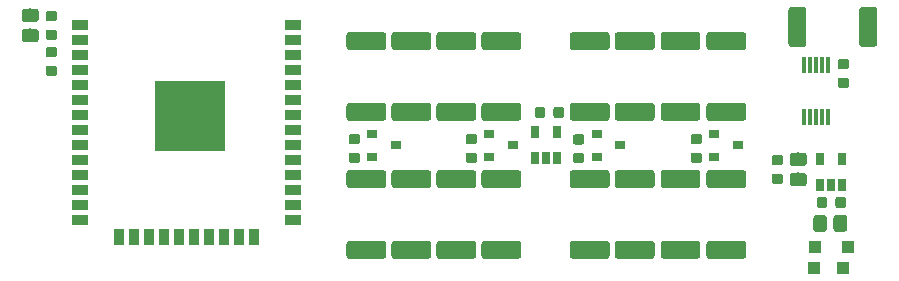
<source format=gtp>
G04 #@! TF.GenerationSoftware,KiCad,Pcbnew,5.0.0-fee4fd1~66~ubuntu18.04.1*
G04 #@! TF.CreationDate,2018-08-20T14:29:34+02:00*
G04 #@! TF.ProjectId,ESP32-li-ion-cell-monitor,45535033322D6C692D696F6E2D63656C,1.3*
G04 #@! TF.SameCoordinates,Original*
G04 #@! TF.FileFunction,Paste,Top*
G04 #@! TF.FilePolarity,Positive*
%FSLAX46Y46*%
G04 Gerber Fmt 4.6, Leading zero omitted, Abs format (unit mm)*
G04 Created by KiCad (PCBNEW 5.0.0-fee4fd1~66~ubuntu18.04.1) date Mon Aug 20 14:29:34 2018*
%MOMM*%
%LPD*%
G01*
G04 APERTURE LIST*
%ADD10R,6.000000X6.000000*%
%ADD11R,1.350000X0.900000*%
%ADD12R,0.900000X1.350000*%
%ADD13R,0.650000X1.060000*%
%ADD14C,0.100000*%
%ADD15C,1.150000*%
%ADD16C,0.875000*%
%ADD17R,0.900000X0.800000*%
%ADD18R,1.100000X1.100000*%
%ADD19R,1.000000X1.000000*%
%ADD20C,1.525000*%
%ADD21R,0.300000X1.450000*%
G04 APERTURE END LIST*
D10*
G04 #@! TO.C,U2*
X178856000Y-60990000D03*
D11*
X169556000Y-53280000D03*
X169556000Y-54550000D03*
X169556000Y-55820000D03*
X169556000Y-57090000D03*
X169556000Y-58360000D03*
X169556000Y-59630000D03*
X169556000Y-60900000D03*
X169556000Y-62170000D03*
X169556000Y-63440000D03*
X169556000Y-64710000D03*
X169556000Y-65980000D03*
X169556000Y-67250000D03*
X169556000Y-68520000D03*
X169556000Y-69790000D03*
D12*
X172856000Y-71290000D03*
X174126000Y-71290000D03*
X175396000Y-71290000D03*
X176666000Y-71290000D03*
X177936000Y-71290000D03*
X179206000Y-71290000D03*
X180476000Y-71290000D03*
X181746000Y-71290000D03*
X183016000Y-71290000D03*
X184286000Y-71290000D03*
D11*
X187586000Y-69790000D03*
X187586000Y-68520000D03*
X187586000Y-67250000D03*
X187586000Y-65980000D03*
X187586000Y-64710000D03*
X187586000Y-63440000D03*
X187586000Y-62170000D03*
X187586000Y-60900000D03*
X187586000Y-59630000D03*
X187586000Y-58360000D03*
X187586000Y-57090000D03*
X187586000Y-55820000D03*
X187586000Y-54550000D03*
X187586000Y-53280000D03*
G04 #@! TD*
D13*
G04 #@! TO.C,U4*
X208092000Y-64600000D03*
X209042000Y-64600000D03*
X209992000Y-64600000D03*
X209992000Y-62400000D03*
X208092000Y-62400000D03*
G04 #@! TD*
D14*
G04 #@! TO.C,C1*
G36*
X165828505Y-51916204D02*
X165852773Y-51919804D01*
X165876572Y-51925765D01*
X165899671Y-51934030D01*
X165921850Y-51944520D01*
X165942893Y-51957132D01*
X165962599Y-51971747D01*
X165980777Y-51988223D01*
X165997253Y-52006401D01*
X166011868Y-52026107D01*
X166024480Y-52047150D01*
X166034970Y-52069329D01*
X166043235Y-52092428D01*
X166049196Y-52116227D01*
X166052796Y-52140495D01*
X166054000Y-52164999D01*
X166054000Y-52815001D01*
X166052796Y-52839505D01*
X166049196Y-52863773D01*
X166043235Y-52887572D01*
X166034970Y-52910671D01*
X166024480Y-52932850D01*
X166011868Y-52953893D01*
X165997253Y-52973599D01*
X165980777Y-52991777D01*
X165962599Y-53008253D01*
X165942893Y-53022868D01*
X165921850Y-53035480D01*
X165899671Y-53045970D01*
X165876572Y-53054235D01*
X165852773Y-53060196D01*
X165828505Y-53063796D01*
X165804001Y-53065000D01*
X164903999Y-53065000D01*
X164879495Y-53063796D01*
X164855227Y-53060196D01*
X164831428Y-53054235D01*
X164808329Y-53045970D01*
X164786150Y-53035480D01*
X164765107Y-53022868D01*
X164745401Y-53008253D01*
X164727223Y-52991777D01*
X164710747Y-52973599D01*
X164696132Y-52953893D01*
X164683520Y-52932850D01*
X164673030Y-52910671D01*
X164664765Y-52887572D01*
X164658804Y-52863773D01*
X164655204Y-52839505D01*
X164654000Y-52815001D01*
X164654000Y-52164999D01*
X164655204Y-52140495D01*
X164658804Y-52116227D01*
X164664765Y-52092428D01*
X164673030Y-52069329D01*
X164683520Y-52047150D01*
X164696132Y-52026107D01*
X164710747Y-52006401D01*
X164727223Y-51988223D01*
X164745401Y-51971747D01*
X164765107Y-51957132D01*
X164786150Y-51944520D01*
X164808329Y-51934030D01*
X164831428Y-51925765D01*
X164855227Y-51919804D01*
X164879495Y-51916204D01*
X164903999Y-51915000D01*
X165804001Y-51915000D01*
X165828505Y-51916204D01*
X165828505Y-51916204D01*
G37*
D15*
X165354000Y-52490000D03*
D14*
G36*
X165828505Y-53616204D02*
X165852773Y-53619804D01*
X165876572Y-53625765D01*
X165899671Y-53634030D01*
X165921850Y-53644520D01*
X165942893Y-53657132D01*
X165962599Y-53671747D01*
X165980777Y-53688223D01*
X165997253Y-53706401D01*
X166011868Y-53726107D01*
X166024480Y-53747150D01*
X166034970Y-53769329D01*
X166043235Y-53792428D01*
X166049196Y-53816227D01*
X166052796Y-53840495D01*
X166054000Y-53864999D01*
X166054000Y-54515001D01*
X166052796Y-54539505D01*
X166049196Y-54563773D01*
X166043235Y-54587572D01*
X166034970Y-54610671D01*
X166024480Y-54632850D01*
X166011868Y-54653893D01*
X165997253Y-54673599D01*
X165980777Y-54691777D01*
X165962599Y-54708253D01*
X165942893Y-54722868D01*
X165921850Y-54735480D01*
X165899671Y-54745970D01*
X165876572Y-54754235D01*
X165852773Y-54760196D01*
X165828505Y-54763796D01*
X165804001Y-54765000D01*
X164903999Y-54765000D01*
X164879495Y-54763796D01*
X164855227Y-54760196D01*
X164831428Y-54754235D01*
X164808329Y-54745970D01*
X164786150Y-54735480D01*
X164765107Y-54722868D01*
X164745401Y-54708253D01*
X164727223Y-54691777D01*
X164710747Y-54673599D01*
X164696132Y-54653893D01*
X164683520Y-54632850D01*
X164673030Y-54610671D01*
X164664765Y-54587572D01*
X164658804Y-54563773D01*
X164655204Y-54539505D01*
X164654000Y-54515001D01*
X164654000Y-53864999D01*
X164655204Y-53840495D01*
X164658804Y-53816227D01*
X164664765Y-53792428D01*
X164673030Y-53769329D01*
X164683520Y-53747150D01*
X164696132Y-53726107D01*
X164710747Y-53706401D01*
X164727223Y-53688223D01*
X164745401Y-53671747D01*
X164765107Y-53657132D01*
X164786150Y-53644520D01*
X164808329Y-53634030D01*
X164831428Y-53625765D01*
X164855227Y-53619804D01*
X164879495Y-53616204D01*
X164903999Y-53615000D01*
X165804001Y-53615000D01*
X165828505Y-53616204D01*
X165828505Y-53616204D01*
G37*
D15*
X165354000Y-54190000D03*
G04 #@! TD*
D14*
G04 #@! TO.C,C4*
G36*
X234199691Y-67852053D02*
X234220926Y-67855203D01*
X234241750Y-67860419D01*
X234261962Y-67867651D01*
X234281368Y-67876830D01*
X234299781Y-67887866D01*
X234317024Y-67900654D01*
X234332930Y-67915070D01*
X234347346Y-67930976D01*
X234360134Y-67948219D01*
X234371170Y-67966632D01*
X234380349Y-67986038D01*
X234387581Y-68006250D01*
X234392797Y-68027074D01*
X234395947Y-68048309D01*
X234397000Y-68069750D01*
X234397000Y-68582250D01*
X234395947Y-68603691D01*
X234392797Y-68624926D01*
X234387581Y-68645750D01*
X234380349Y-68665962D01*
X234371170Y-68685368D01*
X234360134Y-68703781D01*
X234347346Y-68721024D01*
X234332930Y-68736930D01*
X234317024Y-68751346D01*
X234299781Y-68764134D01*
X234281368Y-68775170D01*
X234261962Y-68784349D01*
X234241750Y-68791581D01*
X234220926Y-68796797D01*
X234199691Y-68799947D01*
X234178250Y-68801000D01*
X233740750Y-68801000D01*
X233719309Y-68799947D01*
X233698074Y-68796797D01*
X233677250Y-68791581D01*
X233657038Y-68784349D01*
X233637632Y-68775170D01*
X233619219Y-68764134D01*
X233601976Y-68751346D01*
X233586070Y-68736930D01*
X233571654Y-68721024D01*
X233558866Y-68703781D01*
X233547830Y-68685368D01*
X233538651Y-68665962D01*
X233531419Y-68645750D01*
X233526203Y-68624926D01*
X233523053Y-68603691D01*
X233522000Y-68582250D01*
X233522000Y-68069750D01*
X233523053Y-68048309D01*
X233526203Y-68027074D01*
X233531419Y-68006250D01*
X233538651Y-67986038D01*
X233547830Y-67966632D01*
X233558866Y-67948219D01*
X233571654Y-67930976D01*
X233586070Y-67915070D01*
X233601976Y-67900654D01*
X233619219Y-67887866D01*
X233637632Y-67876830D01*
X233657038Y-67867651D01*
X233677250Y-67860419D01*
X233698074Y-67855203D01*
X233719309Y-67852053D01*
X233740750Y-67851000D01*
X234178250Y-67851000D01*
X234199691Y-67852053D01*
X234199691Y-67852053D01*
G37*
D16*
X233959500Y-68326000D03*
D14*
G36*
X232624691Y-67852053D02*
X232645926Y-67855203D01*
X232666750Y-67860419D01*
X232686962Y-67867651D01*
X232706368Y-67876830D01*
X232724781Y-67887866D01*
X232742024Y-67900654D01*
X232757930Y-67915070D01*
X232772346Y-67930976D01*
X232785134Y-67948219D01*
X232796170Y-67966632D01*
X232805349Y-67986038D01*
X232812581Y-68006250D01*
X232817797Y-68027074D01*
X232820947Y-68048309D01*
X232822000Y-68069750D01*
X232822000Y-68582250D01*
X232820947Y-68603691D01*
X232817797Y-68624926D01*
X232812581Y-68645750D01*
X232805349Y-68665962D01*
X232796170Y-68685368D01*
X232785134Y-68703781D01*
X232772346Y-68721024D01*
X232757930Y-68736930D01*
X232742024Y-68751346D01*
X232724781Y-68764134D01*
X232706368Y-68775170D01*
X232686962Y-68784349D01*
X232666750Y-68791581D01*
X232645926Y-68796797D01*
X232624691Y-68799947D01*
X232603250Y-68801000D01*
X232165750Y-68801000D01*
X232144309Y-68799947D01*
X232123074Y-68796797D01*
X232102250Y-68791581D01*
X232082038Y-68784349D01*
X232062632Y-68775170D01*
X232044219Y-68764134D01*
X232026976Y-68751346D01*
X232011070Y-68736930D01*
X231996654Y-68721024D01*
X231983866Y-68703781D01*
X231972830Y-68685368D01*
X231963651Y-68665962D01*
X231956419Y-68645750D01*
X231951203Y-68624926D01*
X231948053Y-68603691D01*
X231947000Y-68582250D01*
X231947000Y-68069750D01*
X231948053Y-68048309D01*
X231951203Y-68027074D01*
X231956419Y-68006250D01*
X231963651Y-67986038D01*
X231972830Y-67966632D01*
X231983866Y-67948219D01*
X231996654Y-67930976D01*
X232011070Y-67915070D01*
X232026976Y-67900654D01*
X232044219Y-67887866D01*
X232062632Y-67876830D01*
X232082038Y-67867651D01*
X232102250Y-67860419D01*
X232123074Y-67855203D01*
X232144309Y-67852053D01*
X232165750Y-67851000D01*
X232603250Y-67851000D01*
X232624691Y-67852053D01*
X232624691Y-67852053D01*
G37*
D16*
X232384500Y-68326000D03*
G04 #@! TD*
D14*
G04 #@! TO.C,C5*
G36*
X230852505Y-64108204D02*
X230876773Y-64111804D01*
X230900572Y-64117765D01*
X230923671Y-64126030D01*
X230945850Y-64136520D01*
X230966893Y-64149132D01*
X230986599Y-64163747D01*
X231004777Y-64180223D01*
X231021253Y-64198401D01*
X231035868Y-64218107D01*
X231048480Y-64239150D01*
X231058970Y-64261329D01*
X231067235Y-64284428D01*
X231073196Y-64308227D01*
X231076796Y-64332495D01*
X231078000Y-64356999D01*
X231078000Y-65007001D01*
X231076796Y-65031505D01*
X231073196Y-65055773D01*
X231067235Y-65079572D01*
X231058970Y-65102671D01*
X231048480Y-65124850D01*
X231035868Y-65145893D01*
X231021253Y-65165599D01*
X231004777Y-65183777D01*
X230986599Y-65200253D01*
X230966893Y-65214868D01*
X230945850Y-65227480D01*
X230923671Y-65237970D01*
X230900572Y-65246235D01*
X230876773Y-65252196D01*
X230852505Y-65255796D01*
X230828001Y-65257000D01*
X229927999Y-65257000D01*
X229903495Y-65255796D01*
X229879227Y-65252196D01*
X229855428Y-65246235D01*
X229832329Y-65237970D01*
X229810150Y-65227480D01*
X229789107Y-65214868D01*
X229769401Y-65200253D01*
X229751223Y-65183777D01*
X229734747Y-65165599D01*
X229720132Y-65145893D01*
X229707520Y-65124850D01*
X229697030Y-65102671D01*
X229688765Y-65079572D01*
X229682804Y-65055773D01*
X229679204Y-65031505D01*
X229678000Y-65007001D01*
X229678000Y-64356999D01*
X229679204Y-64332495D01*
X229682804Y-64308227D01*
X229688765Y-64284428D01*
X229697030Y-64261329D01*
X229707520Y-64239150D01*
X229720132Y-64218107D01*
X229734747Y-64198401D01*
X229751223Y-64180223D01*
X229769401Y-64163747D01*
X229789107Y-64149132D01*
X229810150Y-64136520D01*
X229832329Y-64126030D01*
X229855428Y-64117765D01*
X229879227Y-64111804D01*
X229903495Y-64108204D01*
X229927999Y-64107000D01*
X230828001Y-64107000D01*
X230852505Y-64108204D01*
X230852505Y-64108204D01*
G37*
D15*
X230378000Y-64682000D03*
D14*
G36*
X230852505Y-65808204D02*
X230876773Y-65811804D01*
X230900572Y-65817765D01*
X230923671Y-65826030D01*
X230945850Y-65836520D01*
X230966893Y-65849132D01*
X230986599Y-65863747D01*
X231004777Y-65880223D01*
X231021253Y-65898401D01*
X231035868Y-65918107D01*
X231048480Y-65939150D01*
X231058970Y-65961329D01*
X231067235Y-65984428D01*
X231073196Y-66008227D01*
X231076796Y-66032495D01*
X231078000Y-66056999D01*
X231078000Y-66707001D01*
X231076796Y-66731505D01*
X231073196Y-66755773D01*
X231067235Y-66779572D01*
X231058970Y-66802671D01*
X231048480Y-66824850D01*
X231035868Y-66845893D01*
X231021253Y-66865599D01*
X231004777Y-66883777D01*
X230986599Y-66900253D01*
X230966893Y-66914868D01*
X230945850Y-66927480D01*
X230923671Y-66937970D01*
X230900572Y-66946235D01*
X230876773Y-66952196D01*
X230852505Y-66955796D01*
X230828001Y-66957000D01*
X229927999Y-66957000D01*
X229903495Y-66955796D01*
X229879227Y-66952196D01*
X229855428Y-66946235D01*
X229832329Y-66937970D01*
X229810150Y-66927480D01*
X229789107Y-66914868D01*
X229769401Y-66900253D01*
X229751223Y-66883777D01*
X229734747Y-66865599D01*
X229720132Y-66845893D01*
X229707520Y-66824850D01*
X229697030Y-66802671D01*
X229688765Y-66779572D01*
X229682804Y-66755773D01*
X229679204Y-66731505D01*
X229678000Y-66707001D01*
X229678000Y-66056999D01*
X229679204Y-66032495D01*
X229682804Y-66008227D01*
X229688765Y-65984428D01*
X229697030Y-65961329D01*
X229707520Y-65939150D01*
X229720132Y-65918107D01*
X229734747Y-65898401D01*
X229751223Y-65880223D01*
X229769401Y-65863747D01*
X229789107Y-65849132D01*
X229810150Y-65836520D01*
X229832329Y-65826030D01*
X229855428Y-65817765D01*
X229879227Y-65811804D01*
X229903495Y-65808204D01*
X229927999Y-65807000D01*
X230828001Y-65807000D01*
X230852505Y-65808204D01*
X230852505Y-65808204D01*
G37*
D15*
X230378000Y-66382000D03*
G04 #@! TD*
D14*
G04 #@! TO.C,C6*
G36*
X228877691Y-64308053D02*
X228898926Y-64311203D01*
X228919750Y-64316419D01*
X228939962Y-64323651D01*
X228959368Y-64332830D01*
X228977781Y-64343866D01*
X228995024Y-64356654D01*
X229010930Y-64371070D01*
X229025346Y-64386976D01*
X229038134Y-64404219D01*
X229049170Y-64422632D01*
X229058349Y-64442038D01*
X229065581Y-64462250D01*
X229070797Y-64483074D01*
X229073947Y-64504309D01*
X229075000Y-64525750D01*
X229075000Y-64963250D01*
X229073947Y-64984691D01*
X229070797Y-65005926D01*
X229065581Y-65026750D01*
X229058349Y-65046962D01*
X229049170Y-65066368D01*
X229038134Y-65084781D01*
X229025346Y-65102024D01*
X229010930Y-65117930D01*
X228995024Y-65132346D01*
X228977781Y-65145134D01*
X228959368Y-65156170D01*
X228939962Y-65165349D01*
X228919750Y-65172581D01*
X228898926Y-65177797D01*
X228877691Y-65180947D01*
X228856250Y-65182000D01*
X228343750Y-65182000D01*
X228322309Y-65180947D01*
X228301074Y-65177797D01*
X228280250Y-65172581D01*
X228260038Y-65165349D01*
X228240632Y-65156170D01*
X228222219Y-65145134D01*
X228204976Y-65132346D01*
X228189070Y-65117930D01*
X228174654Y-65102024D01*
X228161866Y-65084781D01*
X228150830Y-65066368D01*
X228141651Y-65046962D01*
X228134419Y-65026750D01*
X228129203Y-65005926D01*
X228126053Y-64984691D01*
X228125000Y-64963250D01*
X228125000Y-64525750D01*
X228126053Y-64504309D01*
X228129203Y-64483074D01*
X228134419Y-64462250D01*
X228141651Y-64442038D01*
X228150830Y-64422632D01*
X228161866Y-64404219D01*
X228174654Y-64386976D01*
X228189070Y-64371070D01*
X228204976Y-64356654D01*
X228222219Y-64343866D01*
X228240632Y-64332830D01*
X228260038Y-64323651D01*
X228280250Y-64316419D01*
X228301074Y-64311203D01*
X228322309Y-64308053D01*
X228343750Y-64307000D01*
X228856250Y-64307000D01*
X228877691Y-64308053D01*
X228877691Y-64308053D01*
G37*
D16*
X228600000Y-64744500D03*
D14*
G36*
X228877691Y-65883053D02*
X228898926Y-65886203D01*
X228919750Y-65891419D01*
X228939962Y-65898651D01*
X228959368Y-65907830D01*
X228977781Y-65918866D01*
X228995024Y-65931654D01*
X229010930Y-65946070D01*
X229025346Y-65961976D01*
X229038134Y-65979219D01*
X229049170Y-65997632D01*
X229058349Y-66017038D01*
X229065581Y-66037250D01*
X229070797Y-66058074D01*
X229073947Y-66079309D01*
X229075000Y-66100750D01*
X229075000Y-66538250D01*
X229073947Y-66559691D01*
X229070797Y-66580926D01*
X229065581Y-66601750D01*
X229058349Y-66621962D01*
X229049170Y-66641368D01*
X229038134Y-66659781D01*
X229025346Y-66677024D01*
X229010930Y-66692930D01*
X228995024Y-66707346D01*
X228977781Y-66720134D01*
X228959368Y-66731170D01*
X228939962Y-66740349D01*
X228919750Y-66747581D01*
X228898926Y-66752797D01*
X228877691Y-66755947D01*
X228856250Y-66757000D01*
X228343750Y-66757000D01*
X228322309Y-66755947D01*
X228301074Y-66752797D01*
X228280250Y-66747581D01*
X228260038Y-66740349D01*
X228240632Y-66731170D01*
X228222219Y-66720134D01*
X228204976Y-66707346D01*
X228189070Y-66692930D01*
X228174654Y-66677024D01*
X228161866Y-66659781D01*
X228150830Y-66641368D01*
X228141651Y-66621962D01*
X228134419Y-66601750D01*
X228129203Y-66580926D01*
X228126053Y-66559691D01*
X228125000Y-66538250D01*
X228125000Y-66100750D01*
X228126053Y-66079309D01*
X228129203Y-66058074D01*
X228134419Y-66037250D01*
X228141651Y-66017038D01*
X228150830Y-65997632D01*
X228161866Y-65979219D01*
X228174654Y-65961976D01*
X228189070Y-65946070D01*
X228204976Y-65931654D01*
X228222219Y-65918866D01*
X228240632Y-65907830D01*
X228260038Y-65898651D01*
X228280250Y-65891419D01*
X228301074Y-65886203D01*
X228322309Y-65883053D01*
X228343750Y-65882000D01*
X228856250Y-65882000D01*
X228877691Y-65883053D01*
X228877691Y-65883053D01*
G37*
D16*
X228600000Y-66319500D03*
G04 #@! TD*
D17*
G04 #@! TO.C,Q1*
X196326000Y-63500000D03*
X194326000Y-64450000D03*
X194326000Y-62550000D03*
G04 #@! TD*
G04 #@! TO.C,Q2*
X204232000Y-62550000D03*
X204232000Y-64450000D03*
X206232000Y-63500000D03*
G04 #@! TD*
G04 #@! TO.C,Q3*
X213312000Y-62550000D03*
X213312000Y-64450000D03*
X215312000Y-63500000D03*
G04 #@! TD*
G04 #@! TO.C,Q4*
X225282000Y-63500000D03*
X223282000Y-64450000D03*
X223282000Y-62550000D03*
G04 #@! TD*
D14*
G04 #@! TO.C,C2*
G36*
X232583505Y-69405204D02*
X232607773Y-69408804D01*
X232631572Y-69414765D01*
X232654671Y-69423030D01*
X232676850Y-69433520D01*
X232697893Y-69446132D01*
X232717599Y-69460747D01*
X232735777Y-69477223D01*
X232752253Y-69495401D01*
X232766868Y-69515107D01*
X232779480Y-69536150D01*
X232789970Y-69558329D01*
X232798235Y-69581428D01*
X232804196Y-69605227D01*
X232807796Y-69629495D01*
X232809000Y-69653999D01*
X232809000Y-70554001D01*
X232807796Y-70578505D01*
X232804196Y-70602773D01*
X232798235Y-70626572D01*
X232789970Y-70649671D01*
X232779480Y-70671850D01*
X232766868Y-70692893D01*
X232752253Y-70712599D01*
X232735777Y-70730777D01*
X232717599Y-70747253D01*
X232697893Y-70761868D01*
X232676850Y-70774480D01*
X232654671Y-70784970D01*
X232631572Y-70793235D01*
X232607773Y-70799196D01*
X232583505Y-70802796D01*
X232559001Y-70804000D01*
X231908999Y-70804000D01*
X231884495Y-70802796D01*
X231860227Y-70799196D01*
X231836428Y-70793235D01*
X231813329Y-70784970D01*
X231791150Y-70774480D01*
X231770107Y-70761868D01*
X231750401Y-70747253D01*
X231732223Y-70730777D01*
X231715747Y-70712599D01*
X231701132Y-70692893D01*
X231688520Y-70671850D01*
X231678030Y-70649671D01*
X231669765Y-70626572D01*
X231663804Y-70602773D01*
X231660204Y-70578505D01*
X231659000Y-70554001D01*
X231659000Y-69653999D01*
X231660204Y-69629495D01*
X231663804Y-69605227D01*
X231669765Y-69581428D01*
X231678030Y-69558329D01*
X231688520Y-69536150D01*
X231701132Y-69515107D01*
X231715747Y-69495401D01*
X231732223Y-69477223D01*
X231750401Y-69460747D01*
X231770107Y-69446132D01*
X231791150Y-69433520D01*
X231813329Y-69423030D01*
X231836428Y-69414765D01*
X231860227Y-69408804D01*
X231884495Y-69405204D01*
X231908999Y-69404000D01*
X232559001Y-69404000D01*
X232583505Y-69405204D01*
X232583505Y-69405204D01*
G37*
D15*
X232234000Y-70104000D03*
D14*
G36*
X234283505Y-69405204D02*
X234307773Y-69408804D01*
X234331572Y-69414765D01*
X234354671Y-69423030D01*
X234376850Y-69433520D01*
X234397893Y-69446132D01*
X234417599Y-69460747D01*
X234435777Y-69477223D01*
X234452253Y-69495401D01*
X234466868Y-69515107D01*
X234479480Y-69536150D01*
X234489970Y-69558329D01*
X234498235Y-69581428D01*
X234504196Y-69605227D01*
X234507796Y-69629495D01*
X234509000Y-69653999D01*
X234509000Y-70554001D01*
X234507796Y-70578505D01*
X234504196Y-70602773D01*
X234498235Y-70626572D01*
X234489970Y-70649671D01*
X234479480Y-70671850D01*
X234466868Y-70692893D01*
X234452253Y-70712599D01*
X234435777Y-70730777D01*
X234417599Y-70747253D01*
X234397893Y-70761868D01*
X234376850Y-70774480D01*
X234354671Y-70784970D01*
X234331572Y-70793235D01*
X234307773Y-70799196D01*
X234283505Y-70802796D01*
X234259001Y-70804000D01*
X233608999Y-70804000D01*
X233584495Y-70802796D01*
X233560227Y-70799196D01*
X233536428Y-70793235D01*
X233513329Y-70784970D01*
X233491150Y-70774480D01*
X233470107Y-70761868D01*
X233450401Y-70747253D01*
X233432223Y-70730777D01*
X233415747Y-70712599D01*
X233401132Y-70692893D01*
X233388520Y-70671850D01*
X233378030Y-70649671D01*
X233369765Y-70626572D01*
X233363804Y-70602773D01*
X233360204Y-70578505D01*
X233359000Y-70554001D01*
X233359000Y-69653999D01*
X233360204Y-69629495D01*
X233363804Y-69605227D01*
X233369765Y-69581428D01*
X233378030Y-69558329D01*
X233388520Y-69536150D01*
X233401132Y-69515107D01*
X233415747Y-69495401D01*
X233432223Y-69477223D01*
X233450401Y-69460747D01*
X233470107Y-69446132D01*
X233491150Y-69433520D01*
X233513329Y-69423030D01*
X233536428Y-69414765D01*
X233560227Y-69408804D01*
X233584495Y-69405204D01*
X233608999Y-69404000D01*
X234259001Y-69404000D01*
X234283505Y-69405204D01*
X234283505Y-69405204D01*
G37*
D15*
X233934000Y-70104000D03*
G04 #@! TD*
D14*
G04 #@! TO.C,C3*
G36*
X167409691Y-52116053D02*
X167430926Y-52119203D01*
X167451750Y-52124419D01*
X167471962Y-52131651D01*
X167491368Y-52140830D01*
X167509781Y-52151866D01*
X167527024Y-52164654D01*
X167542930Y-52179070D01*
X167557346Y-52194976D01*
X167570134Y-52212219D01*
X167581170Y-52230632D01*
X167590349Y-52250038D01*
X167597581Y-52270250D01*
X167602797Y-52291074D01*
X167605947Y-52312309D01*
X167607000Y-52333750D01*
X167607000Y-52771250D01*
X167605947Y-52792691D01*
X167602797Y-52813926D01*
X167597581Y-52834750D01*
X167590349Y-52854962D01*
X167581170Y-52874368D01*
X167570134Y-52892781D01*
X167557346Y-52910024D01*
X167542930Y-52925930D01*
X167527024Y-52940346D01*
X167509781Y-52953134D01*
X167491368Y-52964170D01*
X167471962Y-52973349D01*
X167451750Y-52980581D01*
X167430926Y-52985797D01*
X167409691Y-52988947D01*
X167388250Y-52990000D01*
X166875750Y-52990000D01*
X166854309Y-52988947D01*
X166833074Y-52985797D01*
X166812250Y-52980581D01*
X166792038Y-52973349D01*
X166772632Y-52964170D01*
X166754219Y-52953134D01*
X166736976Y-52940346D01*
X166721070Y-52925930D01*
X166706654Y-52910024D01*
X166693866Y-52892781D01*
X166682830Y-52874368D01*
X166673651Y-52854962D01*
X166666419Y-52834750D01*
X166661203Y-52813926D01*
X166658053Y-52792691D01*
X166657000Y-52771250D01*
X166657000Y-52333750D01*
X166658053Y-52312309D01*
X166661203Y-52291074D01*
X166666419Y-52270250D01*
X166673651Y-52250038D01*
X166682830Y-52230632D01*
X166693866Y-52212219D01*
X166706654Y-52194976D01*
X166721070Y-52179070D01*
X166736976Y-52164654D01*
X166754219Y-52151866D01*
X166772632Y-52140830D01*
X166792038Y-52131651D01*
X166812250Y-52124419D01*
X166833074Y-52119203D01*
X166854309Y-52116053D01*
X166875750Y-52115000D01*
X167388250Y-52115000D01*
X167409691Y-52116053D01*
X167409691Y-52116053D01*
G37*
D16*
X167132000Y-52552500D03*
D14*
G36*
X167409691Y-53691053D02*
X167430926Y-53694203D01*
X167451750Y-53699419D01*
X167471962Y-53706651D01*
X167491368Y-53715830D01*
X167509781Y-53726866D01*
X167527024Y-53739654D01*
X167542930Y-53754070D01*
X167557346Y-53769976D01*
X167570134Y-53787219D01*
X167581170Y-53805632D01*
X167590349Y-53825038D01*
X167597581Y-53845250D01*
X167602797Y-53866074D01*
X167605947Y-53887309D01*
X167607000Y-53908750D01*
X167607000Y-54346250D01*
X167605947Y-54367691D01*
X167602797Y-54388926D01*
X167597581Y-54409750D01*
X167590349Y-54429962D01*
X167581170Y-54449368D01*
X167570134Y-54467781D01*
X167557346Y-54485024D01*
X167542930Y-54500930D01*
X167527024Y-54515346D01*
X167509781Y-54528134D01*
X167491368Y-54539170D01*
X167471962Y-54548349D01*
X167451750Y-54555581D01*
X167430926Y-54560797D01*
X167409691Y-54563947D01*
X167388250Y-54565000D01*
X166875750Y-54565000D01*
X166854309Y-54563947D01*
X166833074Y-54560797D01*
X166812250Y-54555581D01*
X166792038Y-54548349D01*
X166772632Y-54539170D01*
X166754219Y-54528134D01*
X166736976Y-54515346D01*
X166721070Y-54500930D01*
X166706654Y-54485024D01*
X166693866Y-54467781D01*
X166682830Y-54449368D01*
X166673651Y-54429962D01*
X166666419Y-54409750D01*
X166661203Y-54388926D01*
X166658053Y-54367691D01*
X166657000Y-54346250D01*
X166657000Y-53908750D01*
X166658053Y-53887309D01*
X166661203Y-53866074D01*
X166666419Y-53845250D01*
X166673651Y-53825038D01*
X166682830Y-53805632D01*
X166693866Y-53787219D01*
X166706654Y-53769976D01*
X166721070Y-53754070D01*
X166736976Y-53739654D01*
X166754219Y-53726866D01*
X166772632Y-53715830D01*
X166792038Y-53706651D01*
X166812250Y-53699419D01*
X166833074Y-53694203D01*
X166854309Y-53691053D01*
X166875750Y-53690000D01*
X167388250Y-53690000D01*
X167409691Y-53691053D01*
X167409691Y-53691053D01*
G37*
D16*
X167132000Y-54127500D03*
G04 #@! TD*
D14*
G04 #@! TO.C,R1*
G36*
X167409691Y-56739053D02*
X167430926Y-56742203D01*
X167451750Y-56747419D01*
X167471962Y-56754651D01*
X167491368Y-56763830D01*
X167509781Y-56774866D01*
X167527024Y-56787654D01*
X167542930Y-56802070D01*
X167557346Y-56817976D01*
X167570134Y-56835219D01*
X167581170Y-56853632D01*
X167590349Y-56873038D01*
X167597581Y-56893250D01*
X167602797Y-56914074D01*
X167605947Y-56935309D01*
X167607000Y-56956750D01*
X167607000Y-57394250D01*
X167605947Y-57415691D01*
X167602797Y-57436926D01*
X167597581Y-57457750D01*
X167590349Y-57477962D01*
X167581170Y-57497368D01*
X167570134Y-57515781D01*
X167557346Y-57533024D01*
X167542930Y-57548930D01*
X167527024Y-57563346D01*
X167509781Y-57576134D01*
X167491368Y-57587170D01*
X167471962Y-57596349D01*
X167451750Y-57603581D01*
X167430926Y-57608797D01*
X167409691Y-57611947D01*
X167388250Y-57613000D01*
X166875750Y-57613000D01*
X166854309Y-57611947D01*
X166833074Y-57608797D01*
X166812250Y-57603581D01*
X166792038Y-57596349D01*
X166772632Y-57587170D01*
X166754219Y-57576134D01*
X166736976Y-57563346D01*
X166721070Y-57548930D01*
X166706654Y-57533024D01*
X166693866Y-57515781D01*
X166682830Y-57497368D01*
X166673651Y-57477962D01*
X166666419Y-57457750D01*
X166661203Y-57436926D01*
X166658053Y-57415691D01*
X166657000Y-57394250D01*
X166657000Y-56956750D01*
X166658053Y-56935309D01*
X166661203Y-56914074D01*
X166666419Y-56893250D01*
X166673651Y-56873038D01*
X166682830Y-56853632D01*
X166693866Y-56835219D01*
X166706654Y-56817976D01*
X166721070Y-56802070D01*
X166736976Y-56787654D01*
X166754219Y-56774866D01*
X166772632Y-56763830D01*
X166792038Y-56754651D01*
X166812250Y-56747419D01*
X166833074Y-56742203D01*
X166854309Y-56739053D01*
X166875750Y-56738000D01*
X167388250Y-56738000D01*
X167409691Y-56739053D01*
X167409691Y-56739053D01*
G37*
D16*
X167132000Y-57175500D03*
D14*
G36*
X167409691Y-55164053D02*
X167430926Y-55167203D01*
X167451750Y-55172419D01*
X167471962Y-55179651D01*
X167491368Y-55188830D01*
X167509781Y-55199866D01*
X167527024Y-55212654D01*
X167542930Y-55227070D01*
X167557346Y-55242976D01*
X167570134Y-55260219D01*
X167581170Y-55278632D01*
X167590349Y-55298038D01*
X167597581Y-55318250D01*
X167602797Y-55339074D01*
X167605947Y-55360309D01*
X167607000Y-55381750D01*
X167607000Y-55819250D01*
X167605947Y-55840691D01*
X167602797Y-55861926D01*
X167597581Y-55882750D01*
X167590349Y-55902962D01*
X167581170Y-55922368D01*
X167570134Y-55940781D01*
X167557346Y-55958024D01*
X167542930Y-55973930D01*
X167527024Y-55988346D01*
X167509781Y-56001134D01*
X167491368Y-56012170D01*
X167471962Y-56021349D01*
X167451750Y-56028581D01*
X167430926Y-56033797D01*
X167409691Y-56036947D01*
X167388250Y-56038000D01*
X166875750Y-56038000D01*
X166854309Y-56036947D01*
X166833074Y-56033797D01*
X166812250Y-56028581D01*
X166792038Y-56021349D01*
X166772632Y-56012170D01*
X166754219Y-56001134D01*
X166736976Y-55988346D01*
X166721070Y-55973930D01*
X166706654Y-55958024D01*
X166693866Y-55940781D01*
X166682830Y-55922368D01*
X166673651Y-55902962D01*
X166666419Y-55882750D01*
X166661203Y-55861926D01*
X166658053Y-55840691D01*
X166657000Y-55819250D01*
X166657000Y-55381750D01*
X166658053Y-55360309D01*
X166661203Y-55339074D01*
X166666419Y-55318250D01*
X166673651Y-55298038D01*
X166682830Y-55278632D01*
X166693866Y-55260219D01*
X166706654Y-55242976D01*
X166721070Y-55227070D01*
X166736976Y-55212654D01*
X166754219Y-55199866D01*
X166772632Y-55188830D01*
X166792038Y-55179651D01*
X166812250Y-55172419D01*
X166833074Y-55167203D01*
X166854309Y-55164053D01*
X166875750Y-55163000D01*
X167388250Y-55163000D01*
X167409691Y-55164053D01*
X167409691Y-55164053D01*
G37*
D16*
X167132000Y-55600500D03*
G04 #@! TD*
D14*
G04 #@! TO.C,C7*
G36*
X234465691Y-56180053D02*
X234486926Y-56183203D01*
X234507750Y-56188419D01*
X234527962Y-56195651D01*
X234547368Y-56204830D01*
X234565781Y-56215866D01*
X234583024Y-56228654D01*
X234598930Y-56243070D01*
X234613346Y-56258976D01*
X234626134Y-56276219D01*
X234637170Y-56294632D01*
X234646349Y-56314038D01*
X234653581Y-56334250D01*
X234658797Y-56355074D01*
X234661947Y-56376309D01*
X234663000Y-56397750D01*
X234663000Y-56835250D01*
X234661947Y-56856691D01*
X234658797Y-56877926D01*
X234653581Y-56898750D01*
X234646349Y-56918962D01*
X234637170Y-56938368D01*
X234626134Y-56956781D01*
X234613346Y-56974024D01*
X234598930Y-56989930D01*
X234583024Y-57004346D01*
X234565781Y-57017134D01*
X234547368Y-57028170D01*
X234527962Y-57037349D01*
X234507750Y-57044581D01*
X234486926Y-57049797D01*
X234465691Y-57052947D01*
X234444250Y-57054000D01*
X233931750Y-57054000D01*
X233910309Y-57052947D01*
X233889074Y-57049797D01*
X233868250Y-57044581D01*
X233848038Y-57037349D01*
X233828632Y-57028170D01*
X233810219Y-57017134D01*
X233792976Y-57004346D01*
X233777070Y-56989930D01*
X233762654Y-56974024D01*
X233749866Y-56956781D01*
X233738830Y-56938368D01*
X233729651Y-56918962D01*
X233722419Y-56898750D01*
X233717203Y-56877926D01*
X233714053Y-56856691D01*
X233713000Y-56835250D01*
X233713000Y-56397750D01*
X233714053Y-56376309D01*
X233717203Y-56355074D01*
X233722419Y-56334250D01*
X233729651Y-56314038D01*
X233738830Y-56294632D01*
X233749866Y-56276219D01*
X233762654Y-56258976D01*
X233777070Y-56243070D01*
X233792976Y-56228654D01*
X233810219Y-56215866D01*
X233828632Y-56204830D01*
X233848038Y-56195651D01*
X233868250Y-56188419D01*
X233889074Y-56183203D01*
X233910309Y-56180053D01*
X233931750Y-56179000D01*
X234444250Y-56179000D01*
X234465691Y-56180053D01*
X234465691Y-56180053D01*
G37*
D16*
X234188000Y-56616500D03*
D14*
G36*
X234465691Y-57755053D02*
X234486926Y-57758203D01*
X234507750Y-57763419D01*
X234527962Y-57770651D01*
X234547368Y-57779830D01*
X234565781Y-57790866D01*
X234583024Y-57803654D01*
X234598930Y-57818070D01*
X234613346Y-57833976D01*
X234626134Y-57851219D01*
X234637170Y-57869632D01*
X234646349Y-57889038D01*
X234653581Y-57909250D01*
X234658797Y-57930074D01*
X234661947Y-57951309D01*
X234663000Y-57972750D01*
X234663000Y-58410250D01*
X234661947Y-58431691D01*
X234658797Y-58452926D01*
X234653581Y-58473750D01*
X234646349Y-58493962D01*
X234637170Y-58513368D01*
X234626134Y-58531781D01*
X234613346Y-58549024D01*
X234598930Y-58564930D01*
X234583024Y-58579346D01*
X234565781Y-58592134D01*
X234547368Y-58603170D01*
X234527962Y-58612349D01*
X234507750Y-58619581D01*
X234486926Y-58624797D01*
X234465691Y-58627947D01*
X234444250Y-58629000D01*
X233931750Y-58629000D01*
X233910309Y-58627947D01*
X233889074Y-58624797D01*
X233868250Y-58619581D01*
X233848038Y-58612349D01*
X233828632Y-58603170D01*
X233810219Y-58592134D01*
X233792976Y-58579346D01*
X233777070Y-58564930D01*
X233762654Y-58549024D01*
X233749866Y-58531781D01*
X233738830Y-58513368D01*
X233729651Y-58493962D01*
X233722419Y-58473750D01*
X233717203Y-58452926D01*
X233714053Y-58431691D01*
X233713000Y-58410250D01*
X233713000Y-57972750D01*
X233714053Y-57951309D01*
X233717203Y-57930074D01*
X233722419Y-57909250D01*
X233729651Y-57889038D01*
X233738830Y-57869632D01*
X233749866Y-57851219D01*
X233762654Y-57833976D01*
X233777070Y-57818070D01*
X233792976Y-57803654D01*
X233810219Y-57790866D01*
X233828632Y-57779830D01*
X233848038Y-57770651D01*
X233868250Y-57763419D01*
X233889074Y-57758203D01*
X233910309Y-57755053D01*
X233931750Y-57754000D01*
X234444250Y-57754000D01*
X234465691Y-57755053D01*
X234465691Y-57755053D01*
G37*
D16*
X234188000Y-58191500D03*
G04 #@! TD*
D14*
G04 #@! TO.C,C8*
G36*
X210323691Y-60232053D02*
X210344926Y-60235203D01*
X210365750Y-60240419D01*
X210385962Y-60247651D01*
X210405368Y-60256830D01*
X210423781Y-60267866D01*
X210441024Y-60280654D01*
X210456930Y-60295070D01*
X210471346Y-60310976D01*
X210484134Y-60328219D01*
X210495170Y-60346632D01*
X210504349Y-60366038D01*
X210511581Y-60386250D01*
X210516797Y-60407074D01*
X210519947Y-60428309D01*
X210521000Y-60449750D01*
X210521000Y-60962250D01*
X210519947Y-60983691D01*
X210516797Y-61004926D01*
X210511581Y-61025750D01*
X210504349Y-61045962D01*
X210495170Y-61065368D01*
X210484134Y-61083781D01*
X210471346Y-61101024D01*
X210456930Y-61116930D01*
X210441024Y-61131346D01*
X210423781Y-61144134D01*
X210405368Y-61155170D01*
X210385962Y-61164349D01*
X210365750Y-61171581D01*
X210344926Y-61176797D01*
X210323691Y-61179947D01*
X210302250Y-61181000D01*
X209864750Y-61181000D01*
X209843309Y-61179947D01*
X209822074Y-61176797D01*
X209801250Y-61171581D01*
X209781038Y-61164349D01*
X209761632Y-61155170D01*
X209743219Y-61144134D01*
X209725976Y-61131346D01*
X209710070Y-61116930D01*
X209695654Y-61101024D01*
X209682866Y-61083781D01*
X209671830Y-61065368D01*
X209662651Y-61045962D01*
X209655419Y-61025750D01*
X209650203Y-61004926D01*
X209647053Y-60983691D01*
X209646000Y-60962250D01*
X209646000Y-60449750D01*
X209647053Y-60428309D01*
X209650203Y-60407074D01*
X209655419Y-60386250D01*
X209662651Y-60366038D01*
X209671830Y-60346632D01*
X209682866Y-60328219D01*
X209695654Y-60310976D01*
X209710070Y-60295070D01*
X209725976Y-60280654D01*
X209743219Y-60267866D01*
X209761632Y-60256830D01*
X209781038Y-60247651D01*
X209801250Y-60240419D01*
X209822074Y-60235203D01*
X209843309Y-60232053D01*
X209864750Y-60231000D01*
X210302250Y-60231000D01*
X210323691Y-60232053D01*
X210323691Y-60232053D01*
G37*
D16*
X210083500Y-60706000D03*
D14*
G36*
X208748691Y-60232053D02*
X208769926Y-60235203D01*
X208790750Y-60240419D01*
X208810962Y-60247651D01*
X208830368Y-60256830D01*
X208848781Y-60267866D01*
X208866024Y-60280654D01*
X208881930Y-60295070D01*
X208896346Y-60310976D01*
X208909134Y-60328219D01*
X208920170Y-60346632D01*
X208929349Y-60366038D01*
X208936581Y-60386250D01*
X208941797Y-60407074D01*
X208944947Y-60428309D01*
X208946000Y-60449750D01*
X208946000Y-60962250D01*
X208944947Y-60983691D01*
X208941797Y-61004926D01*
X208936581Y-61025750D01*
X208929349Y-61045962D01*
X208920170Y-61065368D01*
X208909134Y-61083781D01*
X208896346Y-61101024D01*
X208881930Y-61116930D01*
X208866024Y-61131346D01*
X208848781Y-61144134D01*
X208830368Y-61155170D01*
X208810962Y-61164349D01*
X208790750Y-61171581D01*
X208769926Y-61176797D01*
X208748691Y-61179947D01*
X208727250Y-61181000D01*
X208289750Y-61181000D01*
X208268309Y-61179947D01*
X208247074Y-61176797D01*
X208226250Y-61171581D01*
X208206038Y-61164349D01*
X208186632Y-61155170D01*
X208168219Y-61144134D01*
X208150976Y-61131346D01*
X208135070Y-61116930D01*
X208120654Y-61101024D01*
X208107866Y-61083781D01*
X208096830Y-61065368D01*
X208087651Y-61045962D01*
X208080419Y-61025750D01*
X208075203Y-61004926D01*
X208072053Y-60983691D01*
X208071000Y-60962250D01*
X208071000Y-60449750D01*
X208072053Y-60428309D01*
X208075203Y-60407074D01*
X208080419Y-60386250D01*
X208087651Y-60366038D01*
X208096830Y-60346632D01*
X208107866Y-60328219D01*
X208120654Y-60310976D01*
X208135070Y-60295070D01*
X208150976Y-60280654D01*
X208168219Y-60267866D01*
X208186632Y-60256830D01*
X208206038Y-60247651D01*
X208226250Y-60240419D01*
X208247074Y-60235203D01*
X208268309Y-60232053D01*
X208289750Y-60231000D01*
X208727250Y-60231000D01*
X208748691Y-60232053D01*
X208748691Y-60232053D01*
G37*
D16*
X208508500Y-60706000D03*
G04 #@! TD*
D18*
G04 #@! TO.C,D1*
X231772000Y-72136000D03*
X234572000Y-72136000D03*
G04 #@! TD*
D19*
G04 #@! TO.C,D2*
X231668000Y-73914000D03*
X234168000Y-73914000D03*
G04 #@! TD*
D14*
G04 #@! TO.C,R2*
G36*
X195251505Y-71568204D02*
X195275773Y-71571804D01*
X195299572Y-71577765D01*
X195322671Y-71586030D01*
X195344850Y-71596520D01*
X195365893Y-71609132D01*
X195385599Y-71623747D01*
X195403777Y-71640223D01*
X195420253Y-71658401D01*
X195434868Y-71678107D01*
X195447480Y-71699150D01*
X195457970Y-71721329D01*
X195466235Y-71744428D01*
X195472196Y-71768227D01*
X195475796Y-71792495D01*
X195477000Y-71816999D01*
X195477000Y-72842001D01*
X195475796Y-72866505D01*
X195472196Y-72890773D01*
X195466235Y-72914572D01*
X195457970Y-72937671D01*
X195447480Y-72959850D01*
X195434868Y-72980893D01*
X195420253Y-73000599D01*
X195403777Y-73018777D01*
X195385599Y-73035253D01*
X195365893Y-73049868D01*
X195344850Y-73062480D01*
X195322671Y-73072970D01*
X195299572Y-73081235D01*
X195275773Y-73087196D01*
X195251505Y-73090796D01*
X195227001Y-73092000D01*
X192376999Y-73092000D01*
X192352495Y-73090796D01*
X192328227Y-73087196D01*
X192304428Y-73081235D01*
X192281329Y-73072970D01*
X192259150Y-73062480D01*
X192238107Y-73049868D01*
X192218401Y-73035253D01*
X192200223Y-73018777D01*
X192183747Y-73000599D01*
X192169132Y-72980893D01*
X192156520Y-72959850D01*
X192146030Y-72937671D01*
X192137765Y-72914572D01*
X192131804Y-72890773D01*
X192128204Y-72866505D01*
X192127000Y-72842001D01*
X192127000Y-71816999D01*
X192128204Y-71792495D01*
X192131804Y-71768227D01*
X192137765Y-71744428D01*
X192146030Y-71721329D01*
X192156520Y-71699150D01*
X192169132Y-71678107D01*
X192183747Y-71658401D01*
X192200223Y-71640223D01*
X192218401Y-71623747D01*
X192238107Y-71609132D01*
X192259150Y-71596520D01*
X192281329Y-71586030D01*
X192304428Y-71577765D01*
X192328227Y-71571804D01*
X192352495Y-71568204D01*
X192376999Y-71567000D01*
X195227001Y-71567000D01*
X195251505Y-71568204D01*
X195251505Y-71568204D01*
G37*
D20*
X193802000Y-72329500D03*
D14*
G36*
X195251505Y-65593204D02*
X195275773Y-65596804D01*
X195299572Y-65602765D01*
X195322671Y-65611030D01*
X195344850Y-65621520D01*
X195365893Y-65634132D01*
X195385599Y-65648747D01*
X195403777Y-65665223D01*
X195420253Y-65683401D01*
X195434868Y-65703107D01*
X195447480Y-65724150D01*
X195457970Y-65746329D01*
X195466235Y-65769428D01*
X195472196Y-65793227D01*
X195475796Y-65817495D01*
X195477000Y-65841999D01*
X195477000Y-66867001D01*
X195475796Y-66891505D01*
X195472196Y-66915773D01*
X195466235Y-66939572D01*
X195457970Y-66962671D01*
X195447480Y-66984850D01*
X195434868Y-67005893D01*
X195420253Y-67025599D01*
X195403777Y-67043777D01*
X195385599Y-67060253D01*
X195365893Y-67074868D01*
X195344850Y-67087480D01*
X195322671Y-67097970D01*
X195299572Y-67106235D01*
X195275773Y-67112196D01*
X195251505Y-67115796D01*
X195227001Y-67117000D01*
X192376999Y-67117000D01*
X192352495Y-67115796D01*
X192328227Y-67112196D01*
X192304428Y-67106235D01*
X192281329Y-67097970D01*
X192259150Y-67087480D01*
X192238107Y-67074868D01*
X192218401Y-67060253D01*
X192200223Y-67043777D01*
X192183747Y-67025599D01*
X192169132Y-67005893D01*
X192156520Y-66984850D01*
X192146030Y-66962671D01*
X192137765Y-66939572D01*
X192131804Y-66915773D01*
X192128204Y-66891505D01*
X192127000Y-66867001D01*
X192127000Y-65841999D01*
X192128204Y-65817495D01*
X192131804Y-65793227D01*
X192137765Y-65769428D01*
X192146030Y-65746329D01*
X192156520Y-65724150D01*
X192169132Y-65703107D01*
X192183747Y-65683401D01*
X192200223Y-65665223D01*
X192218401Y-65648747D01*
X192238107Y-65634132D01*
X192259150Y-65621520D01*
X192281329Y-65611030D01*
X192304428Y-65602765D01*
X192328227Y-65596804D01*
X192352495Y-65593204D01*
X192376999Y-65592000D01*
X195227001Y-65592000D01*
X195251505Y-65593204D01*
X195251505Y-65593204D01*
G37*
D20*
X193802000Y-66354500D03*
G04 #@! TD*
D14*
G04 #@! TO.C,R3*
G36*
X199061505Y-65593204D02*
X199085773Y-65596804D01*
X199109572Y-65602765D01*
X199132671Y-65611030D01*
X199154850Y-65621520D01*
X199175893Y-65634132D01*
X199195599Y-65648747D01*
X199213777Y-65665223D01*
X199230253Y-65683401D01*
X199244868Y-65703107D01*
X199257480Y-65724150D01*
X199267970Y-65746329D01*
X199276235Y-65769428D01*
X199282196Y-65793227D01*
X199285796Y-65817495D01*
X199287000Y-65841999D01*
X199287000Y-66867001D01*
X199285796Y-66891505D01*
X199282196Y-66915773D01*
X199276235Y-66939572D01*
X199267970Y-66962671D01*
X199257480Y-66984850D01*
X199244868Y-67005893D01*
X199230253Y-67025599D01*
X199213777Y-67043777D01*
X199195599Y-67060253D01*
X199175893Y-67074868D01*
X199154850Y-67087480D01*
X199132671Y-67097970D01*
X199109572Y-67106235D01*
X199085773Y-67112196D01*
X199061505Y-67115796D01*
X199037001Y-67117000D01*
X196186999Y-67117000D01*
X196162495Y-67115796D01*
X196138227Y-67112196D01*
X196114428Y-67106235D01*
X196091329Y-67097970D01*
X196069150Y-67087480D01*
X196048107Y-67074868D01*
X196028401Y-67060253D01*
X196010223Y-67043777D01*
X195993747Y-67025599D01*
X195979132Y-67005893D01*
X195966520Y-66984850D01*
X195956030Y-66962671D01*
X195947765Y-66939572D01*
X195941804Y-66915773D01*
X195938204Y-66891505D01*
X195937000Y-66867001D01*
X195937000Y-65841999D01*
X195938204Y-65817495D01*
X195941804Y-65793227D01*
X195947765Y-65769428D01*
X195956030Y-65746329D01*
X195966520Y-65724150D01*
X195979132Y-65703107D01*
X195993747Y-65683401D01*
X196010223Y-65665223D01*
X196028401Y-65648747D01*
X196048107Y-65634132D01*
X196069150Y-65621520D01*
X196091329Y-65611030D01*
X196114428Y-65602765D01*
X196138227Y-65596804D01*
X196162495Y-65593204D01*
X196186999Y-65592000D01*
X199037001Y-65592000D01*
X199061505Y-65593204D01*
X199061505Y-65593204D01*
G37*
D20*
X197612000Y-66354500D03*
D14*
G36*
X199061505Y-71568204D02*
X199085773Y-71571804D01*
X199109572Y-71577765D01*
X199132671Y-71586030D01*
X199154850Y-71596520D01*
X199175893Y-71609132D01*
X199195599Y-71623747D01*
X199213777Y-71640223D01*
X199230253Y-71658401D01*
X199244868Y-71678107D01*
X199257480Y-71699150D01*
X199267970Y-71721329D01*
X199276235Y-71744428D01*
X199282196Y-71768227D01*
X199285796Y-71792495D01*
X199287000Y-71816999D01*
X199287000Y-72842001D01*
X199285796Y-72866505D01*
X199282196Y-72890773D01*
X199276235Y-72914572D01*
X199267970Y-72937671D01*
X199257480Y-72959850D01*
X199244868Y-72980893D01*
X199230253Y-73000599D01*
X199213777Y-73018777D01*
X199195599Y-73035253D01*
X199175893Y-73049868D01*
X199154850Y-73062480D01*
X199132671Y-73072970D01*
X199109572Y-73081235D01*
X199085773Y-73087196D01*
X199061505Y-73090796D01*
X199037001Y-73092000D01*
X196186999Y-73092000D01*
X196162495Y-73090796D01*
X196138227Y-73087196D01*
X196114428Y-73081235D01*
X196091329Y-73072970D01*
X196069150Y-73062480D01*
X196048107Y-73049868D01*
X196028401Y-73035253D01*
X196010223Y-73018777D01*
X195993747Y-73000599D01*
X195979132Y-72980893D01*
X195966520Y-72959850D01*
X195956030Y-72937671D01*
X195947765Y-72914572D01*
X195941804Y-72890773D01*
X195938204Y-72866505D01*
X195937000Y-72842001D01*
X195937000Y-71816999D01*
X195938204Y-71792495D01*
X195941804Y-71768227D01*
X195947765Y-71744428D01*
X195956030Y-71721329D01*
X195966520Y-71699150D01*
X195979132Y-71678107D01*
X195993747Y-71658401D01*
X196010223Y-71640223D01*
X196028401Y-71623747D01*
X196048107Y-71609132D01*
X196069150Y-71596520D01*
X196091329Y-71586030D01*
X196114428Y-71577765D01*
X196138227Y-71571804D01*
X196162495Y-71568204D01*
X196186999Y-71567000D01*
X199037001Y-71567000D01*
X199061505Y-71568204D01*
X199061505Y-71568204D01*
G37*
D20*
X197612000Y-72329500D03*
G04 #@! TD*
D14*
G04 #@! TO.C,R4*
G36*
X195251505Y-53909204D02*
X195275773Y-53912804D01*
X195299572Y-53918765D01*
X195322671Y-53927030D01*
X195344850Y-53937520D01*
X195365893Y-53950132D01*
X195385599Y-53964747D01*
X195403777Y-53981223D01*
X195420253Y-53999401D01*
X195434868Y-54019107D01*
X195447480Y-54040150D01*
X195457970Y-54062329D01*
X195466235Y-54085428D01*
X195472196Y-54109227D01*
X195475796Y-54133495D01*
X195477000Y-54157999D01*
X195477000Y-55183001D01*
X195475796Y-55207505D01*
X195472196Y-55231773D01*
X195466235Y-55255572D01*
X195457970Y-55278671D01*
X195447480Y-55300850D01*
X195434868Y-55321893D01*
X195420253Y-55341599D01*
X195403777Y-55359777D01*
X195385599Y-55376253D01*
X195365893Y-55390868D01*
X195344850Y-55403480D01*
X195322671Y-55413970D01*
X195299572Y-55422235D01*
X195275773Y-55428196D01*
X195251505Y-55431796D01*
X195227001Y-55433000D01*
X192376999Y-55433000D01*
X192352495Y-55431796D01*
X192328227Y-55428196D01*
X192304428Y-55422235D01*
X192281329Y-55413970D01*
X192259150Y-55403480D01*
X192238107Y-55390868D01*
X192218401Y-55376253D01*
X192200223Y-55359777D01*
X192183747Y-55341599D01*
X192169132Y-55321893D01*
X192156520Y-55300850D01*
X192146030Y-55278671D01*
X192137765Y-55255572D01*
X192131804Y-55231773D01*
X192128204Y-55207505D01*
X192127000Y-55183001D01*
X192127000Y-54157999D01*
X192128204Y-54133495D01*
X192131804Y-54109227D01*
X192137765Y-54085428D01*
X192146030Y-54062329D01*
X192156520Y-54040150D01*
X192169132Y-54019107D01*
X192183747Y-53999401D01*
X192200223Y-53981223D01*
X192218401Y-53964747D01*
X192238107Y-53950132D01*
X192259150Y-53937520D01*
X192281329Y-53927030D01*
X192304428Y-53918765D01*
X192328227Y-53912804D01*
X192352495Y-53909204D01*
X192376999Y-53908000D01*
X195227001Y-53908000D01*
X195251505Y-53909204D01*
X195251505Y-53909204D01*
G37*
D20*
X193802000Y-54670500D03*
D14*
G36*
X195251505Y-59884204D02*
X195275773Y-59887804D01*
X195299572Y-59893765D01*
X195322671Y-59902030D01*
X195344850Y-59912520D01*
X195365893Y-59925132D01*
X195385599Y-59939747D01*
X195403777Y-59956223D01*
X195420253Y-59974401D01*
X195434868Y-59994107D01*
X195447480Y-60015150D01*
X195457970Y-60037329D01*
X195466235Y-60060428D01*
X195472196Y-60084227D01*
X195475796Y-60108495D01*
X195477000Y-60132999D01*
X195477000Y-61158001D01*
X195475796Y-61182505D01*
X195472196Y-61206773D01*
X195466235Y-61230572D01*
X195457970Y-61253671D01*
X195447480Y-61275850D01*
X195434868Y-61296893D01*
X195420253Y-61316599D01*
X195403777Y-61334777D01*
X195385599Y-61351253D01*
X195365893Y-61365868D01*
X195344850Y-61378480D01*
X195322671Y-61388970D01*
X195299572Y-61397235D01*
X195275773Y-61403196D01*
X195251505Y-61406796D01*
X195227001Y-61408000D01*
X192376999Y-61408000D01*
X192352495Y-61406796D01*
X192328227Y-61403196D01*
X192304428Y-61397235D01*
X192281329Y-61388970D01*
X192259150Y-61378480D01*
X192238107Y-61365868D01*
X192218401Y-61351253D01*
X192200223Y-61334777D01*
X192183747Y-61316599D01*
X192169132Y-61296893D01*
X192156520Y-61275850D01*
X192146030Y-61253671D01*
X192137765Y-61230572D01*
X192131804Y-61206773D01*
X192128204Y-61182505D01*
X192127000Y-61158001D01*
X192127000Y-60132999D01*
X192128204Y-60108495D01*
X192131804Y-60084227D01*
X192137765Y-60060428D01*
X192146030Y-60037329D01*
X192156520Y-60015150D01*
X192169132Y-59994107D01*
X192183747Y-59974401D01*
X192200223Y-59956223D01*
X192218401Y-59939747D01*
X192238107Y-59925132D01*
X192259150Y-59912520D01*
X192281329Y-59902030D01*
X192304428Y-59893765D01*
X192328227Y-59887804D01*
X192352495Y-59884204D01*
X192376999Y-59883000D01*
X195227001Y-59883000D01*
X195251505Y-59884204D01*
X195251505Y-59884204D01*
G37*
D20*
X193802000Y-60645500D03*
G04 #@! TD*
D14*
G04 #@! TO.C,R5*
G36*
X236823505Y-51793204D02*
X236847773Y-51796804D01*
X236871572Y-51802765D01*
X236894671Y-51811030D01*
X236916850Y-51821520D01*
X236937893Y-51834132D01*
X236957599Y-51848747D01*
X236975777Y-51865223D01*
X236992253Y-51883401D01*
X237006868Y-51903107D01*
X237019480Y-51924150D01*
X237029970Y-51946329D01*
X237038235Y-51969428D01*
X237044196Y-51993227D01*
X237047796Y-52017495D01*
X237049000Y-52041999D01*
X237049000Y-54892001D01*
X237047796Y-54916505D01*
X237044196Y-54940773D01*
X237038235Y-54964572D01*
X237029970Y-54987671D01*
X237019480Y-55009850D01*
X237006868Y-55030893D01*
X236992253Y-55050599D01*
X236975777Y-55068777D01*
X236957599Y-55085253D01*
X236937893Y-55099868D01*
X236916850Y-55112480D01*
X236894671Y-55122970D01*
X236871572Y-55131235D01*
X236847773Y-55137196D01*
X236823505Y-55140796D01*
X236799001Y-55142000D01*
X235773999Y-55142000D01*
X235749495Y-55140796D01*
X235725227Y-55137196D01*
X235701428Y-55131235D01*
X235678329Y-55122970D01*
X235656150Y-55112480D01*
X235635107Y-55099868D01*
X235615401Y-55085253D01*
X235597223Y-55068777D01*
X235580747Y-55050599D01*
X235566132Y-55030893D01*
X235553520Y-55009850D01*
X235543030Y-54987671D01*
X235534765Y-54964572D01*
X235528804Y-54940773D01*
X235525204Y-54916505D01*
X235524000Y-54892001D01*
X235524000Y-52041999D01*
X235525204Y-52017495D01*
X235528804Y-51993227D01*
X235534765Y-51969428D01*
X235543030Y-51946329D01*
X235553520Y-51924150D01*
X235566132Y-51903107D01*
X235580747Y-51883401D01*
X235597223Y-51865223D01*
X235615401Y-51848747D01*
X235635107Y-51834132D01*
X235656150Y-51821520D01*
X235678329Y-51811030D01*
X235701428Y-51802765D01*
X235725227Y-51796804D01*
X235749495Y-51793204D01*
X235773999Y-51792000D01*
X236799001Y-51792000D01*
X236823505Y-51793204D01*
X236823505Y-51793204D01*
G37*
D20*
X236286500Y-53467000D03*
D14*
G36*
X230848505Y-51793204D02*
X230872773Y-51796804D01*
X230896572Y-51802765D01*
X230919671Y-51811030D01*
X230941850Y-51821520D01*
X230962893Y-51834132D01*
X230982599Y-51848747D01*
X231000777Y-51865223D01*
X231017253Y-51883401D01*
X231031868Y-51903107D01*
X231044480Y-51924150D01*
X231054970Y-51946329D01*
X231063235Y-51969428D01*
X231069196Y-51993227D01*
X231072796Y-52017495D01*
X231074000Y-52041999D01*
X231074000Y-54892001D01*
X231072796Y-54916505D01*
X231069196Y-54940773D01*
X231063235Y-54964572D01*
X231054970Y-54987671D01*
X231044480Y-55009850D01*
X231031868Y-55030893D01*
X231017253Y-55050599D01*
X231000777Y-55068777D01*
X230982599Y-55085253D01*
X230962893Y-55099868D01*
X230941850Y-55112480D01*
X230919671Y-55122970D01*
X230896572Y-55131235D01*
X230872773Y-55137196D01*
X230848505Y-55140796D01*
X230824001Y-55142000D01*
X229798999Y-55142000D01*
X229774495Y-55140796D01*
X229750227Y-55137196D01*
X229726428Y-55131235D01*
X229703329Y-55122970D01*
X229681150Y-55112480D01*
X229660107Y-55099868D01*
X229640401Y-55085253D01*
X229622223Y-55068777D01*
X229605747Y-55050599D01*
X229591132Y-55030893D01*
X229578520Y-55009850D01*
X229568030Y-54987671D01*
X229559765Y-54964572D01*
X229553804Y-54940773D01*
X229550204Y-54916505D01*
X229549000Y-54892001D01*
X229549000Y-52041999D01*
X229550204Y-52017495D01*
X229553804Y-51993227D01*
X229559765Y-51969428D01*
X229568030Y-51946329D01*
X229578520Y-51924150D01*
X229591132Y-51903107D01*
X229605747Y-51883401D01*
X229622223Y-51865223D01*
X229640401Y-51848747D01*
X229660107Y-51834132D01*
X229681150Y-51821520D01*
X229703329Y-51811030D01*
X229726428Y-51802765D01*
X229750227Y-51796804D01*
X229774495Y-51793204D01*
X229798999Y-51792000D01*
X230824001Y-51792000D01*
X230848505Y-51793204D01*
X230848505Y-51793204D01*
G37*
D20*
X230311500Y-53467000D03*
G04 #@! TD*
D14*
G04 #@! TO.C,R6*
G36*
X199061505Y-59884204D02*
X199085773Y-59887804D01*
X199109572Y-59893765D01*
X199132671Y-59902030D01*
X199154850Y-59912520D01*
X199175893Y-59925132D01*
X199195599Y-59939747D01*
X199213777Y-59956223D01*
X199230253Y-59974401D01*
X199244868Y-59994107D01*
X199257480Y-60015150D01*
X199267970Y-60037329D01*
X199276235Y-60060428D01*
X199282196Y-60084227D01*
X199285796Y-60108495D01*
X199287000Y-60132999D01*
X199287000Y-61158001D01*
X199285796Y-61182505D01*
X199282196Y-61206773D01*
X199276235Y-61230572D01*
X199267970Y-61253671D01*
X199257480Y-61275850D01*
X199244868Y-61296893D01*
X199230253Y-61316599D01*
X199213777Y-61334777D01*
X199195599Y-61351253D01*
X199175893Y-61365868D01*
X199154850Y-61378480D01*
X199132671Y-61388970D01*
X199109572Y-61397235D01*
X199085773Y-61403196D01*
X199061505Y-61406796D01*
X199037001Y-61408000D01*
X196186999Y-61408000D01*
X196162495Y-61406796D01*
X196138227Y-61403196D01*
X196114428Y-61397235D01*
X196091329Y-61388970D01*
X196069150Y-61378480D01*
X196048107Y-61365868D01*
X196028401Y-61351253D01*
X196010223Y-61334777D01*
X195993747Y-61316599D01*
X195979132Y-61296893D01*
X195966520Y-61275850D01*
X195956030Y-61253671D01*
X195947765Y-61230572D01*
X195941804Y-61206773D01*
X195938204Y-61182505D01*
X195937000Y-61158001D01*
X195937000Y-60132999D01*
X195938204Y-60108495D01*
X195941804Y-60084227D01*
X195947765Y-60060428D01*
X195956030Y-60037329D01*
X195966520Y-60015150D01*
X195979132Y-59994107D01*
X195993747Y-59974401D01*
X196010223Y-59956223D01*
X196028401Y-59939747D01*
X196048107Y-59925132D01*
X196069150Y-59912520D01*
X196091329Y-59902030D01*
X196114428Y-59893765D01*
X196138227Y-59887804D01*
X196162495Y-59884204D01*
X196186999Y-59883000D01*
X199037001Y-59883000D01*
X199061505Y-59884204D01*
X199061505Y-59884204D01*
G37*
D20*
X197612000Y-60645500D03*
D14*
G36*
X199061505Y-53909204D02*
X199085773Y-53912804D01*
X199109572Y-53918765D01*
X199132671Y-53927030D01*
X199154850Y-53937520D01*
X199175893Y-53950132D01*
X199195599Y-53964747D01*
X199213777Y-53981223D01*
X199230253Y-53999401D01*
X199244868Y-54019107D01*
X199257480Y-54040150D01*
X199267970Y-54062329D01*
X199276235Y-54085428D01*
X199282196Y-54109227D01*
X199285796Y-54133495D01*
X199287000Y-54157999D01*
X199287000Y-55183001D01*
X199285796Y-55207505D01*
X199282196Y-55231773D01*
X199276235Y-55255572D01*
X199267970Y-55278671D01*
X199257480Y-55300850D01*
X199244868Y-55321893D01*
X199230253Y-55341599D01*
X199213777Y-55359777D01*
X199195599Y-55376253D01*
X199175893Y-55390868D01*
X199154850Y-55403480D01*
X199132671Y-55413970D01*
X199109572Y-55422235D01*
X199085773Y-55428196D01*
X199061505Y-55431796D01*
X199037001Y-55433000D01*
X196186999Y-55433000D01*
X196162495Y-55431796D01*
X196138227Y-55428196D01*
X196114428Y-55422235D01*
X196091329Y-55413970D01*
X196069150Y-55403480D01*
X196048107Y-55390868D01*
X196028401Y-55376253D01*
X196010223Y-55359777D01*
X195993747Y-55341599D01*
X195979132Y-55321893D01*
X195966520Y-55300850D01*
X195956030Y-55278671D01*
X195947765Y-55255572D01*
X195941804Y-55231773D01*
X195938204Y-55207505D01*
X195937000Y-55183001D01*
X195937000Y-54157999D01*
X195938204Y-54133495D01*
X195941804Y-54109227D01*
X195947765Y-54085428D01*
X195956030Y-54062329D01*
X195966520Y-54040150D01*
X195979132Y-54019107D01*
X195993747Y-53999401D01*
X196010223Y-53981223D01*
X196028401Y-53964747D01*
X196048107Y-53950132D01*
X196069150Y-53937520D01*
X196091329Y-53927030D01*
X196114428Y-53918765D01*
X196138227Y-53912804D01*
X196162495Y-53909204D01*
X196186999Y-53908000D01*
X199037001Y-53908000D01*
X199061505Y-53909204D01*
X199061505Y-53909204D01*
G37*
D20*
X197612000Y-54670500D03*
G04 #@! TD*
D14*
G04 #@! TO.C,R7*
G36*
X214173505Y-65593204D02*
X214197773Y-65596804D01*
X214221572Y-65602765D01*
X214244671Y-65611030D01*
X214266850Y-65621520D01*
X214287893Y-65634132D01*
X214307599Y-65648747D01*
X214325777Y-65665223D01*
X214342253Y-65683401D01*
X214356868Y-65703107D01*
X214369480Y-65724150D01*
X214379970Y-65746329D01*
X214388235Y-65769428D01*
X214394196Y-65793227D01*
X214397796Y-65817495D01*
X214399000Y-65841999D01*
X214399000Y-66867001D01*
X214397796Y-66891505D01*
X214394196Y-66915773D01*
X214388235Y-66939572D01*
X214379970Y-66962671D01*
X214369480Y-66984850D01*
X214356868Y-67005893D01*
X214342253Y-67025599D01*
X214325777Y-67043777D01*
X214307599Y-67060253D01*
X214287893Y-67074868D01*
X214266850Y-67087480D01*
X214244671Y-67097970D01*
X214221572Y-67106235D01*
X214197773Y-67112196D01*
X214173505Y-67115796D01*
X214149001Y-67117000D01*
X211298999Y-67117000D01*
X211274495Y-67115796D01*
X211250227Y-67112196D01*
X211226428Y-67106235D01*
X211203329Y-67097970D01*
X211181150Y-67087480D01*
X211160107Y-67074868D01*
X211140401Y-67060253D01*
X211122223Y-67043777D01*
X211105747Y-67025599D01*
X211091132Y-67005893D01*
X211078520Y-66984850D01*
X211068030Y-66962671D01*
X211059765Y-66939572D01*
X211053804Y-66915773D01*
X211050204Y-66891505D01*
X211049000Y-66867001D01*
X211049000Y-65841999D01*
X211050204Y-65817495D01*
X211053804Y-65793227D01*
X211059765Y-65769428D01*
X211068030Y-65746329D01*
X211078520Y-65724150D01*
X211091132Y-65703107D01*
X211105747Y-65683401D01*
X211122223Y-65665223D01*
X211140401Y-65648747D01*
X211160107Y-65634132D01*
X211181150Y-65621520D01*
X211203329Y-65611030D01*
X211226428Y-65602765D01*
X211250227Y-65596804D01*
X211274495Y-65593204D01*
X211298999Y-65592000D01*
X214149001Y-65592000D01*
X214173505Y-65593204D01*
X214173505Y-65593204D01*
G37*
D20*
X212724000Y-66354500D03*
D14*
G36*
X214173505Y-71568204D02*
X214197773Y-71571804D01*
X214221572Y-71577765D01*
X214244671Y-71586030D01*
X214266850Y-71596520D01*
X214287893Y-71609132D01*
X214307599Y-71623747D01*
X214325777Y-71640223D01*
X214342253Y-71658401D01*
X214356868Y-71678107D01*
X214369480Y-71699150D01*
X214379970Y-71721329D01*
X214388235Y-71744428D01*
X214394196Y-71768227D01*
X214397796Y-71792495D01*
X214399000Y-71816999D01*
X214399000Y-72842001D01*
X214397796Y-72866505D01*
X214394196Y-72890773D01*
X214388235Y-72914572D01*
X214379970Y-72937671D01*
X214369480Y-72959850D01*
X214356868Y-72980893D01*
X214342253Y-73000599D01*
X214325777Y-73018777D01*
X214307599Y-73035253D01*
X214287893Y-73049868D01*
X214266850Y-73062480D01*
X214244671Y-73072970D01*
X214221572Y-73081235D01*
X214197773Y-73087196D01*
X214173505Y-73090796D01*
X214149001Y-73092000D01*
X211298999Y-73092000D01*
X211274495Y-73090796D01*
X211250227Y-73087196D01*
X211226428Y-73081235D01*
X211203329Y-73072970D01*
X211181150Y-73062480D01*
X211160107Y-73049868D01*
X211140401Y-73035253D01*
X211122223Y-73018777D01*
X211105747Y-73000599D01*
X211091132Y-72980893D01*
X211078520Y-72959850D01*
X211068030Y-72937671D01*
X211059765Y-72914572D01*
X211053804Y-72890773D01*
X211050204Y-72866505D01*
X211049000Y-72842001D01*
X211049000Y-71816999D01*
X211050204Y-71792495D01*
X211053804Y-71768227D01*
X211059765Y-71744428D01*
X211068030Y-71721329D01*
X211078520Y-71699150D01*
X211091132Y-71678107D01*
X211105747Y-71658401D01*
X211122223Y-71640223D01*
X211140401Y-71623747D01*
X211160107Y-71609132D01*
X211181150Y-71596520D01*
X211203329Y-71586030D01*
X211226428Y-71577765D01*
X211250227Y-71571804D01*
X211274495Y-71568204D01*
X211298999Y-71567000D01*
X214149001Y-71567000D01*
X214173505Y-71568204D01*
X214173505Y-71568204D01*
G37*
D20*
X212724000Y-72329500D03*
G04 #@! TD*
D14*
G04 #@! TO.C,R8*
G36*
X217983505Y-65593204D02*
X218007773Y-65596804D01*
X218031572Y-65602765D01*
X218054671Y-65611030D01*
X218076850Y-65621520D01*
X218097893Y-65634132D01*
X218117599Y-65648747D01*
X218135777Y-65665223D01*
X218152253Y-65683401D01*
X218166868Y-65703107D01*
X218179480Y-65724150D01*
X218189970Y-65746329D01*
X218198235Y-65769428D01*
X218204196Y-65793227D01*
X218207796Y-65817495D01*
X218209000Y-65841999D01*
X218209000Y-66867001D01*
X218207796Y-66891505D01*
X218204196Y-66915773D01*
X218198235Y-66939572D01*
X218189970Y-66962671D01*
X218179480Y-66984850D01*
X218166868Y-67005893D01*
X218152253Y-67025599D01*
X218135777Y-67043777D01*
X218117599Y-67060253D01*
X218097893Y-67074868D01*
X218076850Y-67087480D01*
X218054671Y-67097970D01*
X218031572Y-67106235D01*
X218007773Y-67112196D01*
X217983505Y-67115796D01*
X217959001Y-67117000D01*
X215108999Y-67117000D01*
X215084495Y-67115796D01*
X215060227Y-67112196D01*
X215036428Y-67106235D01*
X215013329Y-67097970D01*
X214991150Y-67087480D01*
X214970107Y-67074868D01*
X214950401Y-67060253D01*
X214932223Y-67043777D01*
X214915747Y-67025599D01*
X214901132Y-67005893D01*
X214888520Y-66984850D01*
X214878030Y-66962671D01*
X214869765Y-66939572D01*
X214863804Y-66915773D01*
X214860204Y-66891505D01*
X214859000Y-66867001D01*
X214859000Y-65841999D01*
X214860204Y-65817495D01*
X214863804Y-65793227D01*
X214869765Y-65769428D01*
X214878030Y-65746329D01*
X214888520Y-65724150D01*
X214901132Y-65703107D01*
X214915747Y-65683401D01*
X214932223Y-65665223D01*
X214950401Y-65648747D01*
X214970107Y-65634132D01*
X214991150Y-65621520D01*
X215013329Y-65611030D01*
X215036428Y-65602765D01*
X215060227Y-65596804D01*
X215084495Y-65593204D01*
X215108999Y-65592000D01*
X217959001Y-65592000D01*
X217983505Y-65593204D01*
X217983505Y-65593204D01*
G37*
D20*
X216534000Y-66354500D03*
D14*
G36*
X217983505Y-71568204D02*
X218007773Y-71571804D01*
X218031572Y-71577765D01*
X218054671Y-71586030D01*
X218076850Y-71596520D01*
X218097893Y-71609132D01*
X218117599Y-71623747D01*
X218135777Y-71640223D01*
X218152253Y-71658401D01*
X218166868Y-71678107D01*
X218179480Y-71699150D01*
X218189970Y-71721329D01*
X218198235Y-71744428D01*
X218204196Y-71768227D01*
X218207796Y-71792495D01*
X218209000Y-71816999D01*
X218209000Y-72842001D01*
X218207796Y-72866505D01*
X218204196Y-72890773D01*
X218198235Y-72914572D01*
X218189970Y-72937671D01*
X218179480Y-72959850D01*
X218166868Y-72980893D01*
X218152253Y-73000599D01*
X218135777Y-73018777D01*
X218117599Y-73035253D01*
X218097893Y-73049868D01*
X218076850Y-73062480D01*
X218054671Y-73072970D01*
X218031572Y-73081235D01*
X218007773Y-73087196D01*
X217983505Y-73090796D01*
X217959001Y-73092000D01*
X215108999Y-73092000D01*
X215084495Y-73090796D01*
X215060227Y-73087196D01*
X215036428Y-73081235D01*
X215013329Y-73072970D01*
X214991150Y-73062480D01*
X214970107Y-73049868D01*
X214950401Y-73035253D01*
X214932223Y-73018777D01*
X214915747Y-73000599D01*
X214901132Y-72980893D01*
X214888520Y-72959850D01*
X214878030Y-72937671D01*
X214869765Y-72914572D01*
X214863804Y-72890773D01*
X214860204Y-72866505D01*
X214859000Y-72842001D01*
X214859000Y-71816999D01*
X214860204Y-71792495D01*
X214863804Y-71768227D01*
X214869765Y-71744428D01*
X214878030Y-71721329D01*
X214888520Y-71699150D01*
X214901132Y-71678107D01*
X214915747Y-71658401D01*
X214932223Y-71640223D01*
X214950401Y-71623747D01*
X214970107Y-71609132D01*
X214991150Y-71596520D01*
X215013329Y-71586030D01*
X215036428Y-71577765D01*
X215060227Y-71571804D01*
X215084495Y-71568204D01*
X215108999Y-71567000D01*
X217959001Y-71567000D01*
X217983505Y-71568204D01*
X217983505Y-71568204D01*
G37*
D20*
X216534000Y-72329500D03*
G04 #@! TD*
D14*
G04 #@! TO.C,R9*
G36*
X214173505Y-53909204D02*
X214197773Y-53912804D01*
X214221572Y-53918765D01*
X214244671Y-53927030D01*
X214266850Y-53937520D01*
X214287893Y-53950132D01*
X214307599Y-53964747D01*
X214325777Y-53981223D01*
X214342253Y-53999401D01*
X214356868Y-54019107D01*
X214369480Y-54040150D01*
X214379970Y-54062329D01*
X214388235Y-54085428D01*
X214394196Y-54109227D01*
X214397796Y-54133495D01*
X214399000Y-54157999D01*
X214399000Y-55183001D01*
X214397796Y-55207505D01*
X214394196Y-55231773D01*
X214388235Y-55255572D01*
X214379970Y-55278671D01*
X214369480Y-55300850D01*
X214356868Y-55321893D01*
X214342253Y-55341599D01*
X214325777Y-55359777D01*
X214307599Y-55376253D01*
X214287893Y-55390868D01*
X214266850Y-55403480D01*
X214244671Y-55413970D01*
X214221572Y-55422235D01*
X214197773Y-55428196D01*
X214173505Y-55431796D01*
X214149001Y-55433000D01*
X211298999Y-55433000D01*
X211274495Y-55431796D01*
X211250227Y-55428196D01*
X211226428Y-55422235D01*
X211203329Y-55413970D01*
X211181150Y-55403480D01*
X211160107Y-55390868D01*
X211140401Y-55376253D01*
X211122223Y-55359777D01*
X211105747Y-55341599D01*
X211091132Y-55321893D01*
X211078520Y-55300850D01*
X211068030Y-55278671D01*
X211059765Y-55255572D01*
X211053804Y-55231773D01*
X211050204Y-55207505D01*
X211049000Y-55183001D01*
X211049000Y-54157999D01*
X211050204Y-54133495D01*
X211053804Y-54109227D01*
X211059765Y-54085428D01*
X211068030Y-54062329D01*
X211078520Y-54040150D01*
X211091132Y-54019107D01*
X211105747Y-53999401D01*
X211122223Y-53981223D01*
X211140401Y-53964747D01*
X211160107Y-53950132D01*
X211181150Y-53937520D01*
X211203329Y-53927030D01*
X211226428Y-53918765D01*
X211250227Y-53912804D01*
X211274495Y-53909204D01*
X211298999Y-53908000D01*
X214149001Y-53908000D01*
X214173505Y-53909204D01*
X214173505Y-53909204D01*
G37*
D20*
X212724000Y-54670500D03*
D14*
G36*
X214173505Y-59884204D02*
X214197773Y-59887804D01*
X214221572Y-59893765D01*
X214244671Y-59902030D01*
X214266850Y-59912520D01*
X214287893Y-59925132D01*
X214307599Y-59939747D01*
X214325777Y-59956223D01*
X214342253Y-59974401D01*
X214356868Y-59994107D01*
X214369480Y-60015150D01*
X214379970Y-60037329D01*
X214388235Y-60060428D01*
X214394196Y-60084227D01*
X214397796Y-60108495D01*
X214399000Y-60132999D01*
X214399000Y-61158001D01*
X214397796Y-61182505D01*
X214394196Y-61206773D01*
X214388235Y-61230572D01*
X214379970Y-61253671D01*
X214369480Y-61275850D01*
X214356868Y-61296893D01*
X214342253Y-61316599D01*
X214325777Y-61334777D01*
X214307599Y-61351253D01*
X214287893Y-61365868D01*
X214266850Y-61378480D01*
X214244671Y-61388970D01*
X214221572Y-61397235D01*
X214197773Y-61403196D01*
X214173505Y-61406796D01*
X214149001Y-61408000D01*
X211298999Y-61408000D01*
X211274495Y-61406796D01*
X211250227Y-61403196D01*
X211226428Y-61397235D01*
X211203329Y-61388970D01*
X211181150Y-61378480D01*
X211160107Y-61365868D01*
X211140401Y-61351253D01*
X211122223Y-61334777D01*
X211105747Y-61316599D01*
X211091132Y-61296893D01*
X211078520Y-61275850D01*
X211068030Y-61253671D01*
X211059765Y-61230572D01*
X211053804Y-61206773D01*
X211050204Y-61182505D01*
X211049000Y-61158001D01*
X211049000Y-60132999D01*
X211050204Y-60108495D01*
X211053804Y-60084227D01*
X211059765Y-60060428D01*
X211068030Y-60037329D01*
X211078520Y-60015150D01*
X211091132Y-59994107D01*
X211105747Y-59974401D01*
X211122223Y-59956223D01*
X211140401Y-59939747D01*
X211160107Y-59925132D01*
X211181150Y-59912520D01*
X211203329Y-59902030D01*
X211226428Y-59893765D01*
X211250227Y-59887804D01*
X211274495Y-59884204D01*
X211298999Y-59883000D01*
X214149001Y-59883000D01*
X214173505Y-59884204D01*
X214173505Y-59884204D01*
G37*
D20*
X212724000Y-60645500D03*
G04 #@! TD*
D14*
G04 #@! TO.C,R11*
G36*
X217983505Y-53909204D02*
X218007773Y-53912804D01*
X218031572Y-53918765D01*
X218054671Y-53927030D01*
X218076850Y-53937520D01*
X218097893Y-53950132D01*
X218117599Y-53964747D01*
X218135777Y-53981223D01*
X218152253Y-53999401D01*
X218166868Y-54019107D01*
X218179480Y-54040150D01*
X218189970Y-54062329D01*
X218198235Y-54085428D01*
X218204196Y-54109227D01*
X218207796Y-54133495D01*
X218209000Y-54157999D01*
X218209000Y-55183001D01*
X218207796Y-55207505D01*
X218204196Y-55231773D01*
X218198235Y-55255572D01*
X218189970Y-55278671D01*
X218179480Y-55300850D01*
X218166868Y-55321893D01*
X218152253Y-55341599D01*
X218135777Y-55359777D01*
X218117599Y-55376253D01*
X218097893Y-55390868D01*
X218076850Y-55403480D01*
X218054671Y-55413970D01*
X218031572Y-55422235D01*
X218007773Y-55428196D01*
X217983505Y-55431796D01*
X217959001Y-55433000D01*
X215108999Y-55433000D01*
X215084495Y-55431796D01*
X215060227Y-55428196D01*
X215036428Y-55422235D01*
X215013329Y-55413970D01*
X214991150Y-55403480D01*
X214970107Y-55390868D01*
X214950401Y-55376253D01*
X214932223Y-55359777D01*
X214915747Y-55341599D01*
X214901132Y-55321893D01*
X214888520Y-55300850D01*
X214878030Y-55278671D01*
X214869765Y-55255572D01*
X214863804Y-55231773D01*
X214860204Y-55207505D01*
X214859000Y-55183001D01*
X214859000Y-54157999D01*
X214860204Y-54133495D01*
X214863804Y-54109227D01*
X214869765Y-54085428D01*
X214878030Y-54062329D01*
X214888520Y-54040150D01*
X214901132Y-54019107D01*
X214915747Y-53999401D01*
X214932223Y-53981223D01*
X214950401Y-53964747D01*
X214970107Y-53950132D01*
X214991150Y-53937520D01*
X215013329Y-53927030D01*
X215036428Y-53918765D01*
X215060227Y-53912804D01*
X215084495Y-53909204D01*
X215108999Y-53908000D01*
X217959001Y-53908000D01*
X217983505Y-53909204D01*
X217983505Y-53909204D01*
G37*
D20*
X216534000Y-54670500D03*
D14*
G36*
X217983505Y-59884204D02*
X218007773Y-59887804D01*
X218031572Y-59893765D01*
X218054671Y-59902030D01*
X218076850Y-59912520D01*
X218097893Y-59925132D01*
X218117599Y-59939747D01*
X218135777Y-59956223D01*
X218152253Y-59974401D01*
X218166868Y-59994107D01*
X218179480Y-60015150D01*
X218189970Y-60037329D01*
X218198235Y-60060428D01*
X218204196Y-60084227D01*
X218207796Y-60108495D01*
X218209000Y-60132999D01*
X218209000Y-61158001D01*
X218207796Y-61182505D01*
X218204196Y-61206773D01*
X218198235Y-61230572D01*
X218189970Y-61253671D01*
X218179480Y-61275850D01*
X218166868Y-61296893D01*
X218152253Y-61316599D01*
X218135777Y-61334777D01*
X218117599Y-61351253D01*
X218097893Y-61365868D01*
X218076850Y-61378480D01*
X218054671Y-61388970D01*
X218031572Y-61397235D01*
X218007773Y-61403196D01*
X217983505Y-61406796D01*
X217959001Y-61408000D01*
X215108999Y-61408000D01*
X215084495Y-61406796D01*
X215060227Y-61403196D01*
X215036428Y-61397235D01*
X215013329Y-61388970D01*
X214991150Y-61378480D01*
X214970107Y-61365868D01*
X214950401Y-61351253D01*
X214932223Y-61334777D01*
X214915747Y-61316599D01*
X214901132Y-61296893D01*
X214888520Y-61275850D01*
X214878030Y-61253671D01*
X214869765Y-61230572D01*
X214863804Y-61206773D01*
X214860204Y-61182505D01*
X214859000Y-61158001D01*
X214859000Y-60132999D01*
X214860204Y-60108495D01*
X214863804Y-60084227D01*
X214869765Y-60060428D01*
X214878030Y-60037329D01*
X214888520Y-60015150D01*
X214901132Y-59994107D01*
X214915747Y-59974401D01*
X214932223Y-59956223D01*
X214950401Y-59939747D01*
X214970107Y-59925132D01*
X214991150Y-59912520D01*
X215013329Y-59902030D01*
X215036428Y-59893765D01*
X215060227Y-59887804D01*
X215084495Y-59884204D01*
X215108999Y-59883000D01*
X217959001Y-59883000D01*
X217983505Y-59884204D01*
X217983505Y-59884204D01*
G37*
D20*
X216534000Y-60645500D03*
G04 #@! TD*
D13*
G04 #@! TO.C,U1*
X232222000Y-66886000D03*
X233172000Y-66886000D03*
X234122000Y-66886000D03*
X234122000Y-64686000D03*
X232222000Y-64686000D03*
G04 #@! TD*
D21*
G04 #@! TO.C,U3*
X230898000Y-61128000D03*
X232898000Y-56728000D03*
X231398000Y-61128000D03*
X231898000Y-61128000D03*
X232398000Y-61128000D03*
X232898000Y-61128000D03*
X232398000Y-56728000D03*
X231898000Y-56728000D03*
X231398000Y-56728000D03*
X230898000Y-56728000D03*
G04 #@! TD*
D14*
G04 #@! TO.C,R13*
G36*
X193063691Y-62530053D02*
X193084926Y-62533203D01*
X193105750Y-62538419D01*
X193125962Y-62545651D01*
X193145368Y-62554830D01*
X193163781Y-62565866D01*
X193181024Y-62578654D01*
X193196930Y-62593070D01*
X193211346Y-62608976D01*
X193224134Y-62626219D01*
X193235170Y-62644632D01*
X193244349Y-62664038D01*
X193251581Y-62684250D01*
X193256797Y-62705074D01*
X193259947Y-62726309D01*
X193261000Y-62747750D01*
X193261000Y-63185250D01*
X193259947Y-63206691D01*
X193256797Y-63227926D01*
X193251581Y-63248750D01*
X193244349Y-63268962D01*
X193235170Y-63288368D01*
X193224134Y-63306781D01*
X193211346Y-63324024D01*
X193196930Y-63339930D01*
X193181024Y-63354346D01*
X193163781Y-63367134D01*
X193145368Y-63378170D01*
X193125962Y-63387349D01*
X193105750Y-63394581D01*
X193084926Y-63399797D01*
X193063691Y-63402947D01*
X193042250Y-63404000D01*
X192529750Y-63404000D01*
X192508309Y-63402947D01*
X192487074Y-63399797D01*
X192466250Y-63394581D01*
X192446038Y-63387349D01*
X192426632Y-63378170D01*
X192408219Y-63367134D01*
X192390976Y-63354346D01*
X192375070Y-63339930D01*
X192360654Y-63324024D01*
X192347866Y-63306781D01*
X192336830Y-63288368D01*
X192327651Y-63268962D01*
X192320419Y-63248750D01*
X192315203Y-63227926D01*
X192312053Y-63206691D01*
X192311000Y-63185250D01*
X192311000Y-62747750D01*
X192312053Y-62726309D01*
X192315203Y-62705074D01*
X192320419Y-62684250D01*
X192327651Y-62664038D01*
X192336830Y-62644632D01*
X192347866Y-62626219D01*
X192360654Y-62608976D01*
X192375070Y-62593070D01*
X192390976Y-62578654D01*
X192408219Y-62565866D01*
X192426632Y-62554830D01*
X192446038Y-62545651D01*
X192466250Y-62538419D01*
X192487074Y-62533203D01*
X192508309Y-62530053D01*
X192529750Y-62529000D01*
X193042250Y-62529000D01*
X193063691Y-62530053D01*
X193063691Y-62530053D01*
G37*
D16*
X192786000Y-62966500D03*
D14*
G36*
X193063691Y-64105053D02*
X193084926Y-64108203D01*
X193105750Y-64113419D01*
X193125962Y-64120651D01*
X193145368Y-64129830D01*
X193163781Y-64140866D01*
X193181024Y-64153654D01*
X193196930Y-64168070D01*
X193211346Y-64183976D01*
X193224134Y-64201219D01*
X193235170Y-64219632D01*
X193244349Y-64239038D01*
X193251581Y-64259250D01*
X193256797Y-64280074D01*
X193259947Y-64301309D01*
X193261000Y-64322750D01*
X193261000Y-64760250D01*
X193259947Y-64781691D01*
X193256797Y-64802926D01*
X193251581Y-64823750D01*
X193244349Y-64843962D01*
X193235170Y-64863368D01*
X193224134Y-64881781D01*
X193211346Y-64899024D01*
X193196930Y-64914930D01*
X193181024Y-64929346D01*
X193163781Y-64942134D01*
X193145368Y-64953170D01*
X193125962Y-64962349D01*
X193105750Y-64969581D01*
X193084926Y-64974797D01*
X193063691Y-64977947D01*
X193042250Y-64979000D01*
X192529750Y-64979000D01*
X192508309Y-64977947D01*
X192487074Y-64974797D01*
X192466250Y-64969581D01*
X192446038Y-64962349D01*
X192426632Y-64953170D01*
X192408219Y-64942134D01*
X192390976Y-64929346D01*
X192375070Y-64914930D01*
X192360654Y-64899024D01*
X192347866Y-64881781D01*
X192336830Y-64863368D01*
X192327651Y-64843962D01*
X192320419Y-64823750D01*
X192315203Y-64802926D01*
X192312053Y-64781691D01*
X192311000Y-64760250D01*
X192311000Y-64322750D01*
X192312053Y-64301309D01*
X192315203Y-64280074D01*
X192320419Y-64259250D01*
X192327651Y-64239038D01*
X192336830Y-64219632D01*
X192347866Y-64201219D01*
X192360654Y-64183976D01*
X192375070Y-64168070D01*
X192390976Y-64153654D01*
X192408219Y-64140866D01*
X192426632Y-64129830D01*
X192446038Y-64120651D01*
X192466250Y-64113419D01*
X192487074Y-64108203D01*
X192508309Y-64105053D01*
X192529750Y-64104000D01*
X193042250Y-64104000D01*
X193063691Y-64105053D01*
X193063691Y-64105053D01*
G37*
D16*
X192786000Y-64541500D03*
G04 #@! TD*
D14*
G04 #@! TO.C,R14*
G36*
X202969691Y-64105053D02*
X202990926Y-64108203D01*
X203011750Y-64113419D01*
X203031962Y-64120651D01*
X203051368Y-64129830D01*
X203069781Y-64140866D01*
X203087024Y-64153654D01*
X203102930Y-64168070D01*
X203117346Y-64183976D01*
X203130134Y-64201219D01*
X203141170Y-64219632D01*
X203150349Y-64239038D01*
X203157581Y-64259250D01*
X203162797Y-64280074D01*
X203165947Y-64301309D01*
X203167000Y-64322750D01*
X203167000Y-64760250D01*
X203165947Y-64781691D01*
X203162797Y-64802926D01*
X203157581Y-64823750D01*
X203150349Y-64843962D01*
X203141170Y-64863368D01*
X203130134Y-64881781D01*
X203117346Y-64899024D01*
X203102930Y-64914930D01*
X203087024Y-64929346D01*
X203069781Y-64942134D01*
X203051368Y-64953170D01*
X203031962Y-64962349D01*
X203011750Y-64969581D01*
X202990926Y-64974797D01*
X202969691Y-64977947D01*
X202948250Y-64979000D01*
X202435750Y-64979000D01*
X202414309Y-64977947D01*
X202393074Y-64974797D01*
X202372250Y-64969581D01*
X202352038Y-64962349D01*
X202332632Y-64953170D01*
X202314219Y-64942134D01*
X202296976Y-64929346D01*
X202281070Y-64914930D01*
X202266654Y-64899024D01*
X202253866Y-64881781D01*
X202242830Y-64863368D01*
X202233651Y-64843962D01*
X202226419Y-64823750D01*
X202221203Y-64802926D01*
X202218053Y-64781691D01*
X202217000Y-64760250D01*
X202217000Y-64322750D01*
X202218053Y-64301309D01*
X202221203Y-64280074D01*
X202226419Y-64259250D01*
X202233651Y-64239038D01*
X202242830Y-64219632D01*
X202253866Y-64201219D01*
X202266654Y-64183976D01*
X202281070Y-64168070D01*
X202296976Y-64153654D01*
X202314219Y-64140866D01*
X202332632Y-64129830D01*
X202352038Y-64120651D01*
X202372250Y-64113419D01*
X202393074Y-64108203D01*
X202414309Y-64105053D01*
X202435750Y-64104000D01*
X202948250Y-64104000D01*
X202969691Y-64105053D01*
X202969691Y-64105053D01*
G37*
D16*
X202692000Y-64541500D03*
D14*
G36*
X202969691Y-62530053D02*
X202990926Y-62533203D01*
X203011750Y-62538419D01*
X203031962Y-62545651D01*
X203051368Y-62554830D01*
X203069781Y-62565866D01*
X203087024Y-62578654D01*
X203102930Y-62593070D01*
X203117346Y-62608976D01*
X203130134Y-62626219D01*
X203141170Y-62644632D01*
X203150349Y-62664038D01*
X203157581Y-62684250D01*
X203162797Y-62705074D01*
X203165947Y-62726309D01*
X203167000Y-62747750D01*
X203167000Y-63185250D01*
X203165947Y-63206691D01*
X203162797Y-63227926D01*
X203157581Y-63248750D01*
X203150349Y-63268962D01*
X203141170Y-63288368D01*
X203130134Y-63306781D01*
X203117346Y-63324024D01*
X203102930Y-63339930D01*
X203087024Y-63354346D01*
X203069781Y-63367134D01*
X203051368Y-63378170D01*
X203031962Y-63387349D01*
X203011750Y-63394581D01*
X202990926Y-63399797D01*
X202969691Y-63402947D01*
X202948250Y-63404000D01*
X202435750Y-63404000D01*
X202414309Y-63402947D01*
X202393074Y-63399797D01*
X202372250Y-63394581D01*
X202352038Y-63387349D01*
X202332632Y-63378170D01*
X202314219Y-63367134D01*
X202296976Y-63354346D01*
X202281070Y-63339930D01*
X202266654Y-63324024D01*
X202253866Y-63306781D01*
X202242830Y-63288368D01*
X202233651Y-63268962D01*
X202226419Y-63248750D01*
X202221203Y-63227926D01*
X202218053Y-63206691D01*
X202217000Y-63185250D01*
X202217000Y-62747750D01*
X202218053Y-62726309D01*
X202221203Y-62705074D01*
X202226419Y-62684250D01*
X202233651Y-62664038D01*
X202242830Y-62644632D01*
X202253866Y-62626219D01*
X202266654Y-62608976D01*
X202281070Y-62593070D01*
X202296976Y-62578654D01*
X202314219Y-62565866D01*
X202332632Y-62554830D01*
X202352038Y-62545651D01*
X202372250Y-62538419D01*
X202393074Y-62533203D01*
X202414309Y-62530053D01*
X202435750Y-62529000D01*
X202948250Y-62529000D01*
X202969691Y-62530053D01*
X202969691Y-62530053D01*
G37*
D16*
X202692000Y-62966500D03*
G04 #@! TD*
D14*
G04 #@! TO.C,R15*
G36*
X212049691Y-62555553D02*
X212070926Y-62558703D01*
X212091750Y-62563919D01*
X212111962Y-62571151D01*
X212131368Y-62580330D01*
X212149781Y-62591366D01*
X212167024Y-62604154D01*
X212182930Y-62618570D01*
X212197346Y-62634476D01*
X212210134Y-62651719D01*
X212221170Y-62670132D01*
X212230349Y-62689538D01*
X212237581Y-62709750D01*
X212242797Y-62730574D01*
X212245947Y-62751809D01*
X212247000Y-62773250D01*
X212247000Y-63210750D01*
X212245947Y-63232191D01*
X212242797Y-63253426D01*
X212237581Y-63274250D01*
X212230349Y-63294462D01*
X212221170Y-63313868D01*
X212210134Y-63332281D01*
X212197346Y-63349524D01*
X212182930Y-63365430D01*
X212167024Y-63379846D01*
X212149781Y-63392634D01*
X212131368Y-63403670D01*
X212111962Y-63412849D01*
X212091750Y-63420081D01*
X212070926Y-63425297D01*
X212049691Y-63428447D01*
X212028250Y-63429500D01*
X211515750Y-63429500D01*
X211494309Y-63428447D01*
X211473074Y-63425297D01*
X211452250Y-63420081D01*
X211432038Y-63412849D01*
X211412632Y-63403670D01*
X211394219Y-63392634D01*
X211376976Y-63379846D01*
X211361070Y-63365430D01*
X211346654Y-63349524D01*
X211333866Y-63332281D01*
X211322830Y-63313868D01*
X211313651Y-63294462D01*
X211306419Y-63274250D01*
X211301203Y-63253426D01*
X211298053Y-63232191D01*
X211297000Y-63210750D01*
X211297000Y-62773250D01*
X211298053Y-62751809D01*
X211301203Y-62730574D01*
X211306419Y-62709750D01*
X211313651Y-62689538D01*
X211322830Y-62670132D01*
X211333866Y-62651719D01*
X211346654Y-62634476D01*
X211361070Y-62618570D01*
X211376976Y-62604154D01*
X211394219Y-62591366D01*
X211412632Y-62580330D01*
X211432038Y-62571151D01*
X211452250Y-62563919D01*
X211473074Y-62558703D01*
X211494309Y-62555553D01*
X211515750Y-62554500D01*
X212028250Y-62554500D01*
X212049691Y-62555553D01*
X212049691Y-62555553D01*
G37*
D16*
X211772000Y-62992000D03*
D14*
G36*
X212049691Y-64130553D02*
X212070926Y-64133703D01*
X212091750Y-64138919D01*
X212111962Y-64146151D01*
X212131368Y-64155330D01*
X212149781Y-64166366D01*
X212167024Y-64179154D01*
X212182930Y-64193570D01*
X212197346Y-64209476D01*
X212210134Y-64226719D01*
X212221170Y-64245132D01*
X212230349Y-64264538D01*
X212237581Y-64284750D01*
X212242797Y-64305574D01*
X212245947Y-64326809D01*
X212247000Y-64348250D01*
X212247000Y-64785750D01*
X212245947Y-64807191D01*
X212242797Y-64828426D01*
X212237581Y-64849250D01*
X212230349Y-64869462D01*
X212221170Y-64888868D01*
X212210134Y-64907281D01*
X212197346Y-64924524D01*
X212182930Y-64940430D01*
X212167024Y-64954846D01*
X212149781Y-64967634D01*
X212131368Y-64978670D01*
X212111962Y-64987849D01*
X212091750Y-64995081D01*
X212070926Y-65000297D01*
X212049691Y-65003447D01*
X212028250Y-65004500D01*
X211515750Y-65004500D01*
X211494309Y-65003447D01*
X211473074Y-65000297D01*
X211452250Y-64995081D01*
X211432038Y-64987849D01*
X211412632Y-64978670D01*
X211394219Y-64967634D01*
X211376976Y-64954846D01*
X211361070Y-64940430D01*
X211346654Y-64924524D01*
X211333866Y-64907281D01*
X211322830Y-64888868D01*
X211313651Y-64869462D01*
X211306419Y-64849250D01*
X211301203Y-64828426D01*
X211298053Y-64807191D01*
X211297000Y-64785750D01*
X211297000Y-64348250D01*
X211298053Y-64326809D01*
X211301203Y-64305574D01*
X211306419Y-64284750D01*
X211313651Y-64264538D01*
X211322830Y-64245132D01*
X211333866Y-64226719D01*
X211346654Y-64209476D01*
X211361070Y-64193570D01*
X211376976Y-64179154D01*
X211394219Y-64166366D01*
X211412632Y-64155330D01*
X211432038Y-64146151D01*
X211452250Y-64138919D01*
X211473074Y-64133703D01*
X211494309Y-64130553D01*
X211515750Y-64129500D01*
X212028250Y-64129500D01*
X212049691Y-64130553D01*
X212049691Y-64130553D01*
G37*
D16*
X211772000Y-64567000D03*
G04 #@! TD*
D14*
G04 #@! TO.C,R16*
G36*
X222019691Y-64105053D02*
X222040926Y-64108203D01*
X222061750Y-64113419D01*
X222081962Y-64120651D01*
X222101368Y-64129830D01*
X222119781Y-64140866D01*
X222137024Y-64153654D01*
X222152930Y-64168070D01*
X222167346Y-64183976D01*
X222180134Y-64201219D01*
X222191170Y-64219632D01*
X222200349Y-64239038D01*
X222207581Y-64259250D01*
X222212797Y-64280074D01*
X222215947Y-64301309D01*
X222217000Y-64322750D01*
X222217000Y-64760250D01*
X222215947Y-64781691D01*
X222212797Y-64802926D01*
X222207581Y-64823750D01*
X222200349Y-64843962D01*
X222191170Y-64863368D01*
X222180134Y-64881781D01*
X222167346Y-64899024D01*
X222152930Y-64914930D01*
X222137024Y-64929346D01*
X222119781Y-64942134D01*
X222101368Y-64953170D01*
X222081962Y-64962349D01*
X222061750Y-64969581D01*
X222040926Y-64974797D01*
X222019691Y-64977947D01*
X221998250Y-64979000D01*
X221485750Y-64979000D01*
X221464309Y-64977947D01*
X221443074Y-64974797D01*
X221422250Y-64969581D01*
X221402038Y-64962349D01*
X221382632Y-64953170D01*
X221364219Y-64942134D01*
X221346976Y-64929346D01*
X221331070Y-64914930D01*
X221316654Y-64899024D01*
X221303866Y-64881781D01*
X221292830Y-64863368D01*
X221283651Y-64843962D01*
X221276419Y-64823750D01*
X221271203Y-64802926D01*
X221268053Y-64781691D01*
X221267000Y-64760250D01*
X221267000Y-64322750D01*
X221268053Y-64301309D01*
X221271203Y-64280074D01*
X221276419Y-64259250D01*
X221283651Y-64239038D01*
X221292830Y-64219632D01*
X221303866Y-64201219D01*
X221316654Y-64183976D01*
X221331070Y-64168070D01*
X221346976Y-64153654D01*
X221364219Y-64140866D01*
X221382632Y-64129830D01*
X221402038Y-64120651D01*
X221422250Y-64113419D01*
X221443074Y-64108203D01*
X221464309Y-64105053D01*
X221485750Y-64104000D01*
X221998250Y-64104000D01*
X222019691Y-64105053D01*
X222019691Y-64105053D01*
G37*
D16*
X221742000Y-64541500D03*
D14*
G36*
X222019691Y-62530053D02*
X222040926Y-62533203D01*
X222061750Y-62538419D01*
X222081962Y-62545651D01*
X222101368Y-62554830D01*
X222119781Y-62565866D01*
X222137024Y-62578654D01*
X222152930Y-62593070D01*
X222167346Y-62608976D01*
X222180134Y-62626219D01*
X222191170Y-62644632D01*
X222200349Y-62664038D01*
X222207581Y-62684250D01*
X222212797Y-62705074D01*
X222215947Y-62726309D01*
X222217000Y-62747750D01*
X222217000Y-63185250D01*
X222215947Y-63206691D01*
X222212797Y-63227926D01*
X222207581Y-63248750D01*
X222200349Y-63268962D01*
X222191170Y-63288368D01*
X222180134Y-63306781D01*
X222167346Y-63324024D01*
X222152930Y-63339930D01*
X222137024Y-63354346D01*
X222119781Y-63367134D01*
X222101368Y-63378170D01*
X222081962Y-63387349D01*
X222061750Y-63394581D01*
X222040926Y-63399797D01*
X222019691Y-63402947D01*
X221998250Y-63404000D01*
X221485750Y-63404000D01*
X221464309Y-63402947D01*
X221443074Y-63399797D01*
X221422250Y-63394581D01*
X221402038Y-63387349D01*
X221382632Y-63378170D01*
X221364219Y-63367134D01*
X221346976Y-63354346D01*
X221331070Y-63339930D01*
X221316654Y-63324024D01*
X221303866Y-63306781D01*
X221292830Y-63288368D01*
X221283651Y-63268962D01*
X221276419Y-63248750D01*
X221271203Y-63227926D01*
X221268053Y-63206691D01*
X221267000Y-63185250D01*
X221267000Y-62747750D01*
X221268053Y-62726309D01*
X221271203Y-62705074D01*
X221276419Y-62684250D01*
X221283651Y-62664038D01*
X221292830Y-62644632D01*
X221303866Y-62626219D01*
X221316654Y-62608976D01*
X221331070Y-62593070D01*
X221346976Y-62578654D01*
X221364219Y-62565866D01*
X221382632Y-62554830D01*
X221402038Y-62545651D01*
X221422250Y-62538419D01*
X221443074Y-62533203D01*
X221464309Y-62530053D01*
X221485750Y-62529000D01*
X221998250Y-62529000D01*
X222019691Y-62530053D01*
X222019691Y-62530053D01*
G37*
D16*
X221742000Y-62966500D03*
G04 #@! TD*
D14*
G04 #@! TO.C,R17*
G36*
X202871505Y-71568204D02*
X202895773Y-71571804D01*
X202919572Y-71577765D01*
X202942671Y-71586030D01*
X202964850Y-71596520D01*
X202985893Y-71609132D01*
X203005599Y-71623747D01*
X203023777Y-71640223D01*
X203040253Y-71658401D01*
X203054868Y-71678107D01*
X203067480Y-71699150D01*
X203077970Y-71721329D01*
X203086235Y-71744428D01*
X203092196Y-71768227D01*
X203095796Y-71792495D01*
X203097000Y-71816999D01*
X203097000Y-72842001D01*
X203095796Y-72866505D01*
X203092196Y-72890773D01*
X203086235Y-72914572D01*
X203077970Y-72937671D01*
X203067480Y-72959850D01*
X203054868Y-72980893D01*
X203040253Y-73000599D01*
X203023777Y-73018777D01*
X203005599Y-73035253D01*
X202985893Y-73049868D01*
X202964850Y-73062480D01*
X202942671Y-73072970D01*
X202919572Y-73081235D01*
X202895773Y-73087196D01*
X202871505Y-73090796D01*
X202847001Y-73092000D01*
X199996999Y-73092000D01*
X199972495Y-73090796D01*
X199948227Y-73087196D01*
X199924428Y-73081235D01*
X199901329Y-73072970D01*
X199879150Y-73062480D01*
X199858107Y-73049868D01*
X199838401Y-73035253D01*
X199820223Y-73018777D01*
X199803747Y-73000599D01*
X199789132Y-72980893D01*
X199776520Y-72959850D01*
X199766030Y-72937671D01*
X199757765Y-72914572D01*
X199751804Y-72890773D01*
X199748204Y-72866505D01*
X199747000Y-72842001D01*
X199747000Y-71816999D01*
X199748204Y-71792495D01*
X199751804Y-71768227D01*
X199757765Y-71744428D01*
X199766030Y-71721329D01*
X199776520Y-71699150D01*
X199789132Y-71678107D01*
X199803747Y-71658401D01*
X199820223Y-71640223D01*
X199838401Y-71623747D01*
X199858107Y-71609132D01*
X199879150Y-71596520D01*
X199901329Y-71586030D01*
X199924428Y-71577765D01*
X199948227Y-71571804D01*
X199972495Y-71568204D01*
X199996999Y-71567000D01*
X202847001Y-71567000D01*
X202871505Y-71568204D01*
X202871505Y-71568204D01*
G37*
D20*
X201422000Y-72329500D03*
D14*
G36*
X202871505Y-65593204D02*
X202895773Y-65596804D01*
X202919572Y-65602765D01*
X202942671Y-65611030D01*
X202964850Y-65621520D01*
X202985893Y-65634132D01*
X203005599Y-65648747D01*
X203023777Y-65665223D01*
X203040253Y-65683401D01*
X203054868Y-65703107D01*
X203067480Y-65724150D01*
X203077970Y-65746329D01*
X203086235Y-65769428D01*
X203092196Y-65793227D01*
X203095796Y-65817495D01*
X203097000Y-65841999D01*
X203097000Y-66867001D01*
X203095796Y-66891505D01*
X203092196Y-66915773D01*
X203086235Y-66939572D01*
X203077970Y-66962671D01*
X203067480Y-66984850D01*
X203054868Y-67005893D01*
X203040253Y-67025599D01*
X203023777Y-67043777D01*
X203005599Y-67060253D01*
X202985893Y-67074868D01*
X202964850Y-67087480D01*
X202942671Y-67097970D01*
X202919572Y-67106235D01*
X202895773Y-67112196D01*
X202871505Y-67115796D01*
X202847001Y-67117000D01*
X199996999Y-67117000D01*
X199972495Y-67115796D01*
X199948227Y-67112196D01*
X199924428Y-67106235D01*
X199901329Y-67097970D01*
X199879150Y-67087480D01*
X199858107Y-67074868D01*
X199838401Y-67060253D01*
X199820223Y-67043777D01*
X199803747Y-67025599D01*
X199789132Y-67005893D01*
X199776520Y-66984850D01*
X199766030Y-66962671D01*
X199757765Y-66939572D01*
X199751804Y-66915773D01*
X199748204Y-66891505D01*
X199747000Y-66867001D01*
X199747000Y-65841999D01*
X199748204Y-65817495D01*
X199751804Y-65793227D01*
X199757765Y-65769428D01*
X199766030Y-65746329D01*
X199776520Y-65724150D01*
X199789132Y-65703107D01*
X199803747Y-65683401D01*
X199820223Y-65665223D01*
X199838401Y-65648747D01*
X199858107Y-65634132D01*
X199879150Y-65621520D01*
X199901329Y-65611030D01*
X199924428Y-65602765D01*
X199948227Y-65596804D01*
X199972495Y-65593204D01*
X199996999Y-65592000D01*
X202847001Y-65592000D01*
X202871505Y-65593204D01*
X202871505Y-65593204D01*
G37*
D20*
X201422000Y-66354500D03*
G04 #@! TD*
D14*
G04 #@! TO.C,R18*
G36*
X202871505Y-59884204D02*
X202895773Y-59887804D01*
X202919572Y-59893765D01*
X202942671Y-59902030D01*
X202964850Y-59912520D01*
X202985893Y-59925132D01*
X203005599Y-59939747D01*
X203023777Y-59956223D01*
X203040253Y-59974401D01*
X203054868Y-59994107D01*
X203067480Y-60015150D01*
X203077970Y-60037329D01*
X203086235Y-60060428D01*
X203092196Y-60084227D01*
X203095796Y-60108495D01*
X203097000Y-60132999D01*
X203097000Y-61158001D01*
X203095796Y-61182505D01*
X203092196Y-61206773D01*
X203086235Y-61230572D01*
X203077970Y-61253671D01*
X203067480Y-61275850D01*
X203054868Y-61296893D01*
X203040253Y-61316599D01*
X203023777Y-61334777D01*
X203005599Y-61351253D01*
X202985893Y-61365868D01*
X202964850Y-61378480D01*
X202942671Y-61388970D01*
X202919572Y-61397235D01*
X202895773Y-61403196D01*
X202871505Y-61406796D01*
X202847001Y-61408000D01*
X199996999Y-61408000D01*
X199972495Y-61406796D01*
X199948227Y-61403196D01*
X199924428Y-61397235D01*
X199901329Y-61388970D01*
X199879150Y-61378480D01*
X199858107Y-61365868D01*
X199838401Y-61351253D01*
X199820223Y-61334777D01*
X199803747Y-61316599D01*
X199789132Y-61296893D01*
X199776520Y-61275850D01*
X199766030Y-61253671D01*
X199757765Y-61230572D01*
X199751804Y-61206773D01*
X199748204Y-61182505D01*
X199747000Y-61158001D01*
X199747000Y-60132999D01*
X199748204Y-60108495D01*
X199751804Y-60084227D01*
X199757765Y-60060428D01*
X199766030Y-60037329D01*
X199776520Y-60015150D01*
X199789132Y-59994107D01*
X199803747Y-59974401D01*
X199820223Y-59956223D01*
X199838401Y-59939747D01*
X199858107Y-59925132D01*
X199879150Y-59912520D01*
X199901329Y-59902030D01*
X199924428Y-59893765D01*
X199948227Y-59887804D01*
X199972495Y-59884204D01*
X199996999Y-59883000D01*
X202847001Y-59883000D01*
X202871505Y-59884204D01*
X202871505Y-59884204D01*
G37*
D20*
X201422000Y-60645500D03*
D14*
G36*
X202871505Y-53909204D02*
X202895773Y-53912804D01*
X202919572Y-53918765D01*
X202942671Y-53927030D01*
X202964850Y-53937520D01*
X202985893Y-53950132D01*
X203005599Y-53964747D01*
X203023777Y-53981223D01*
X203040253Y-53999401D01*
X203054868Y-54019107D01*
X203067480Y-54040150D01*
X203077970Y-54062329D01*
X203086235Y-54085428D01*
X203092196Y-54109227D01*
X203095796Y-54133495D01*
X203097000Y-54157999D01*
X203097000Y-55183001D01*
X203095796Y-55207505D01*
X203092196Y-55231773D01*
X203086235Y-55255572D01*
X203077970Y-55278671D01*
X203067480Y-55300850D01*
X203054868Y-55321893D01*
X203040253Y-55341599D01*
X203023777Y-55359777D01*
X203005599Y-55376253D01*
X202985893Y-55390868D01*
X202964850Y-55403480D01*
X202942671Y-55413970D01*
X202919572Y-55422235D01*
X202895773Y-55428196D01*
X202871505Y-55431796D01*
X202847001Y-55433000D01*
X199996999Y-55433000D01*
X199972495Y-55431796D01*
X199948227Y-55428196D01*
X199924428Y-55422235D01*
X199901329Y-55413970D01*
X199879150Y-55403480D01*
X199858107Y-55390868D01*
X199838401Y-55376253D01*
X199820223Y-55359777D01*
X199803747Y-55341599D01*
X199789132Y-55321893D01*
X199776520Y-55300850D01*
X199766030Y-55278671D01*
X199757765Y-55255572D01*
X199751804Y-55231773D01*
X199748204Y-55207505D01*
X199747000Y-55183001D01*
X199747000Y-54157999D01*
X199748204Y-54133495D01*
X199751804Y-54109227D01*
X199757765Y-54085428D01*
X199766030Y-54062329D01*
X199776520Y-54040150D01*
X199789132Y-54019107D01*
X199803747Y-53999401D01*
X199820223Y-53981223D01*
X199838401Y-53964747D01*
X199858107Y-53950132D01*
X199879150Y-53937520D01*
X199901329Y-53927030D01*
X199924428Y-53918765D01*
X199948227Y-53912804D01*
X199972495Y-53909204D01*
X199996999Y-53908000D01*
X202847001Y-53908000D01*
X202871505Y-53909204D01*
X202871505Y-53909204D01*
G37*
D20*
X201422000Y-54670500D03*
G04 #@! TD*
D14*
G04 #@! TO.C,R19*
G36*
X221857505Y-71568204D02*
X221881773Y-71571804D01*
X221905572Y-71577765D01*
X221928671Y-71586030D01*
X221950850Y-71596520D01*
X221971893Y-71609132D01*
X221991599Y-71623747D01*
X222009777Y-71640223D01*
X222026253Y-71658401D01*
X222040868Y-71678107D01*
X222053480Y-71699150D01*
X222063970Y-71721329D01*
X222072235Y-71744428D01*
X222078196Y-71768227D01*
X222081796Y-71792495D01*
X222083000Y-71816999D01*
X222083000Y-72842001D01*
X222081796Y-72866505D01*
X222078196Y-72890773D01*
X222072235Y-72914572D01*
X222063970Y-72937671D01*
X222053480Y-72959850D01*
X222040868Y-72980893D01*
X222026253Y-73000599D01*
X222009777Y-73018777D01*
X221991599Y-73035253D01*
X221971893Y-73049868D01*
X221950850Y-73062480D01*
X221928671Y-73072970D01*
X221905572Y-73081235D01*
X221881773Y-73087196D01*
X221857505Y-73090796D01*
X221833001Y-73092000D01*
X218982999Y-73092000D01*
X218958495Y-73090796D01*
X218934227Y-73087196D01*
X218910428Y-73081235D01*
X218887329Y-73072970D01*
X218865150Y-73062480D01*
X218844107Y-73049868D01*
X218824401Y-73035253D01*
X218806223Y-73018777D01*
X218789747Y-73000599D01*
X218775132Y-72980893D01*
X218762520Y-72959850D01*
X218752030Y-72937671D01*
X218743765Y-72914572D01*
X218737804Y-72890773D01*
X218734204Y-72866505D01*
X218733000Y-72842001D01*
X218733000Y-71816999D01*
X218734204Y-71792495D01*
X218737804Y-71768227D01*
X218743765Y-71744428D01*
X218752030Y-71721329D01*
X218762520Y-71699150D01*
X218775132Y-71678107D01*
X218789747Y-71658401D01*
X218806223Y-71640223D01*
X218824401Y-71623747D01*
X218844107Y-71609132D01*
X218865150Y-71596520D01*
X218887329Y-71586030D01*
X218910428Y-71577765D01*
X218934227Y-71571804D01*
X218958495Y-71568204D01*
X218982999Y-71567000D01*
X221833001Y-71567000D01*
X221857505Y-71568204D01*
X221857505Y-71568204D01*
G37*
D20*
X220408000Y-72329500D03*
D14*
G36*
X221857505Y-65593204D02*
X221881773Y-65596804D01*
X221905572Y-65602765D01*
X221928671Y-65611030D01*
X221950850Y-65621520D01*
X221971893Y-65634132D01*
X221991599Y-65648747D01*
X222009777Y-65665223D01*
X222026253Y-65683401D01*
X222040868Y-65703107D01*
X222053480Y-65724150D01*
X222063970Y-65746329D01*
X222072235Y-65769428D01*
X222078196Y-65793227D01*
X222081796Y-65817495D01*
X222083000Y-65841999D01*
X222083000Y-66867001D01*
X222081796Y-66891505D01*
X222078196Y-66915773D01*
X222072235Y-66939572D01*
X222063970Y-66962671D01*
X222053480Y-66984850D01*
X222040868Y-67005893D01*
X222026253Y-67025599D01*
X222009777Y-67043777D01*
X221991599Y-67060253D01*
X221971893Y-67074868D01*
X221950850Y-67087480D01*
X221928671Y-67097970D01*
X221905572Y-67106235D01*
X221881773Y-67112196D01*
X221857505Y-67115796D01*
X221833001Y-67117000D01*
X218982999Y-67117000D01*
X218958495Y-67115796D01*
X218934227Y-67112196D01*
X218910428Y-67106235D01*
X218887329Y-67097970D01*
X218865150Y-67087480D01*
X218844107Y-67074868D01*
X218824401Y-67060253D01*
X218806223Y-67043777D01*
X218789747Y-67025599D01*
X218775132Y-67005893D01*
X218762520Y-66984850D01*
X218752030Y-66962671D01*
X218743765Y-66939572D01*
X218737804Y-66915773D01*
X218734204Y-66891505D01*
X218733000Y-66867001D01*
X218733000Y-65841999D01*
X218734204Y-65817495D01*
X218737804Y-65793227D01*
X218743765Y-65769428D01*
X218752030Y-65746329D01*
X218762520Y-65724150D01*
X218775132Y-65703107D01*
X218789747Y-65683401D01*
X218806223Y-65665223D01*
X218824401Y-65648747D01*
X218844107Y-65634132D01*
X218865150Y-65621520D01*
X218887329Y-65611030D01*
X218910428Y-65602765D01*
X218934227Y-65596804D01*
X218958495Y-65593204D01*
X218982999Y-65592000D01*
X221833001Y-65592000D01*
X221857505Y-65593204D01*
X221857505Y-65593204D01*
G37*
D20*
X220408000Y-66354500D03*
G04 #@! TD*
D14*
G04 #@! TO.C,R20*
G36*
X221857505Y-59884204D02*
X221881773Y-59887804D01*
X221905572Y-59893765D01*
X221928671Y-59902030D01*
X221950850Y-59912520D01*
X221971893Y-59925132D01*
X221991599Y-59939747D01*
X222009777Y-59956223D01*
X222026253Y-59974401D01*
X222040868Y-59994107D01*
X222053480Y-60015150D01*
X222063970Y-60037329D01*
X222072235Y-60060428D01*
X222078196Y-60084227D01*
X222081796Y-60108495D01*
X222083000Y-60132999D01*
X222083000Y-61158001D01*
X222081796Y-61182505D01*
X222078196Y-61206773D01*
X222072235Y-61230572D01*
X222063970Y-61253671D01*
X222053480Y-61275850D01*
X222040868Y-61296893D01*
X222026253Y-61316599D01*
X222009777Y-61334777D01*
X221991599Y-61351253D01*
X221971893Y-61365868D01*
X221950850Y-61378480D01*
X221928671Y-61388970D01*
X221905572Y-61397235D01*
X221881773Y-61403196D01*
X221857505Y-61406796D01*
X221833001Y-61408000D01*
X218982999Y-61408000D01*
X218958495Y-61406796D01*
X218934227Y-61403196D01*
X218910428Y-61397235D01*
X218887329Y-61388970D01*
X218865150Y-61378480D01*
X218844107Y-61365868D01*
X218824401Y-61351253D01*
X218806223Y-61334777D01*
X218789747Y-61316599D01*
X218775132Y-61296893D01*
X218762520Y-61275850D01*
X218752030Y-61253671D01*
X218743765Y-61230572D01*
X218737804Y-61206773D01*
X218734204Y-61182505D01*
X218733000Y-61158001D01*
X218733000Y-60132999D01*
X218734204Y-60108495D01*
X218737804Y-60084227D01*
X218743765Y-60060428D01*
X218752030Y-60037329D01*
X218762520Y-60015150D01*
X218775132Y-59994107D01*
X218789747Y-59974401D01*
X218806223Y-59956223D01*
X218824401Y-59939747D01*
X218844107Y-59925132D01*
X218865150Y-59912520D01*
X218887329Y-59902030D01*
X218910428Y-59893765D01*
X218934227Y-59887804D01*
X218958495Y-59884204D01*
X218982999Y-59883000D01*
X221833001Y-59883000D01*
X221857505Y-59884204D01*
X221857505Y-59884204D01*
G37*
D20*
X220408000Y-60645500D03*
D14*
G36*
X221857505Y-53909204D02*
X221881773Y-53912804D01*
X221905572Y-53918765D01*
X221928671Y-53927030D01*
X221950850Y-53937520D01*
X221971893Y-53950132D01*
X221991599Y-53964747D01*
X222009777Y-53981223D01*
X222026253Y-53999401D01*
X222040868Y-54019107D01*
X222053480Y-54040150D01*
X222063970Y-54062329D01*
X222072235Y-54085428D01*
X222078196Y-54109227D01*
X222081796Y-54133495D01*
X222083000Y-54157999D01*
X222083000Y-55183001D01*
X222081796Y-55207505D01*
X222078196Y-55231773D01*
X222072235Y-55255572D01*
X222063970Y-55278671D01*
X222053480Y-55300850D01*
X222040868Y-55321893D01*
X222026253Y-55341599D01*
X222009777Y-55359777D01*
X221991599Y-55376253D01*
X221971893Y-55390868D01*
X221950850Y-55403480D01*
X221928671Y-55413970D01*
X221905572Y-55422235D01*
X221881773Y-55428196D01*
X221857505Y-55431796D01*
X221833001Y-55433000D01*
X218982999Y-55433000D01*
X218958495Y-55431796D01*
X218934227Y-55428196D01*
X218910428Y-55422235D01*
X218887329Y-55413970D01*
X218865150Y-55403480D01*
X218844107Y-55390868D01*
X218824401Y-55376253D01*
X218806223Y-55359777D01*
X218789747Y-55341599D01*
X218775132Y-55321893D01*
X218762520Y-55300850D01*
X218752030Y-55278671D01*
X218743765Y-55255572D01*
X218737804Y-55231773D01*
X218734204Y-55207505D01*
X218733000Y-55183001D01*
X218733000Y-54157999D01*
X218734204Y-54133495D01*
X218737804Y-54109227D01*
X218743765Y-54085428D01*
X218752030Y-54062329D01*
X218762520Y-54040150D01*
X218775132Y-54019107D01*
X218789747Y-53999401D01*
X218806223Y-53981223D01*
X218824401Y-53964747D01*
X218844107Y-53950132D01*
X218865150Y-53937520D01*
X218887329Y-53927030D01*
X218910428Y-53918765D01*
X218934227Y-53912804D01*
X218958495Y-53909204D01*
X218982999Y-53908000D01*
X221833001Y-53908000D01*
X221857505Y-53909204D01*
X221857505Y-53909204D01*
G37*
D20*
X220408000Y-54670500D03*
G04 #@! TD*
D14*
G04 #@! TO.C,R21*
G36*
X206681505Y-65593204D02*
X206705773Y-65596804D01*
X206729572Y-65602765D01*
X206752671Y-65611030D01*
X206774850Y-65621520D01*
X206795893Y-65634132D01*
X206815599Y-65648747D01*
X206833777Y-65665223D01*
X206850253Y-65683401D01*
X206864868Y-65703107D01*
X206877480Y-65724150D01*
X206887970Y-65746329D01*
X206896235Y-65769428D01*
X206902196Y-65793227D01*
X206905796Y-65817495D01*
X206907000Y-65841999D01*
X206907000Y-66867001D01*
X206905796Y-66891505D01*
X206902196Y-66915773D01*
X206896235Y-66939572D01*
X206887970Y-66962671D01*
X206877480Y-66984850D01*
X206864868Y-67005893D01*
X206850253Y-67025599D01*
X206833777Y-67043777D01*
X206815599Y-67060253D01*
X206795893Y-67074868D01*
X206774850Y-67087480D01*
X206752671Y-67097970D01*
X206729572Y-67106235D01*
X206705773Y-67112196D01*
X206681505Y-67115796D01*
X206657001Y-67117000D01*
X203806999Y-67117000D01*
X203782495Y-67115796D01*
X203758227Y-67112196D01*
X203734428Y-67106235D01*
X203711329Y-67097970D01*
X203689150Y-67087480D01*
X203668107Y-67074868D01*
X203648401Y-67060253D01*
X203630223Y-67043777D01*
X203613747Y-67025599D01*
X203599132Y-67005893D01*
X203586520Y-66984850D01*
X203576030Y-66962671D01*
X203567765Y-66939572D01*
X203561804Y-66915773D01*
X203558204Y-66891505D01*
X203557000Y-66867001D01*
X203557000Y-65841999D01*
X203558204Y-65817495D01*
X203561804Y-65793227D01*
X203567765Y-65769428D01*
X203576030Y-65746329D01*
X203586520Y-65724150D01*
X203599132Y-65703107D01*
X203613747Y-65683401D01*
X203630223Y-65665223D01*
X203648401Y-65648747D01*
X203668107Y-65634132D01*
X203689150Y-65621520D01*
X203711329Y-65611030D01*
X203734428Y-65602765D01*
X203758227Y-65596804D01*
X203782495Y-65593204D01*
X203806999Y-65592000D01*
X206657001Y-65592000D01*
X206681505Y-65593204D01*
X206681505Y-65593204D01*
G37*
D20*
X205232000Y-66354500D03*
D14*
G36*
X206681505Y-71568204D02*
X206705773Y-71571804D01*
X206729572Y-71577765D01*
X206752671Y-71586030D01*
X206774850Y-71596520D01*
X206795893Y-71609132D01*
X206815599Y-71623747D01*
X206833777Y-71640223D01*
X206850253Y-71658401D01*
X206864868Y-71678107D01*
X206877480Y-71699150D01*
X206887970Y-71721329D01*
X206896235Y-71744428D01*
X206902196Y-71768227D01*
X206905796Y-71792495D01*
X206907000Y-71816999D01*
X206907000Y-72842001D01*
X206905796Y-72866505D01*
X206902196Y-72890773D01*
X206896235Y-72914572D01*
X206887970Y-72937671D01*
X206877480Y-72959850D01*
X206864868Y-72980893D01*
X206850253Y-73000599D01*
X206833777Y-73018777D01*
X206815599Y-73035253D01*
X206795893Y-73049868D01*
X206774850Y-73062480D01*
X206752671Y-73072970D01*
X206729572Y-73081235D01*
X206705773Y-73087196D01*
X206681505Y-73090796D01*
X206657001Y-73092000D01*
X203806999Y-73092000D01*
X203782495Y-73090796D01*
X203758227Y-73087196D01*
X203734428Y-73081235D01*
X203711329Y-73072970D01*
X203689150Y-73062480D01*
X203668107Y-73049868D01*
X203648401Y-73035253D01*
X203630223Y-73018777D01*
X203613747Y-73000599D01*
X203599132Y-72980893D01*
X203586520Y-72959850D01*
X203576030Y-72937671D01*
X203567765Y-72914572D01*
X203561804Y-72890773D01*
X203558204Y-72866505D01*
X203557000Y-72842001D01*
X203557000Y-71816999D01*
X203558204Y-71792495D01*
X203561804Y-71768227D01*
X203567765Y-71744428D01*
X203576030Y-71721329D01*
X203586520Y-71699150D01*
X203599132Y-71678107D01*
X203613747Y-71658401D01*
X203630223Y-71640223D01*
X203648401Y-71623747D01*
X203668107Y-71609132D01*
X203689150Y-71596520D01*
X203711329Y-71586030D01*
X203734428Y-71577765D01*
X203758227Y-71571804D01*
X203782495Y-71568204D01*
X203806999Y-71567000D01*
X206657001Y-71567000D01*
X206681505Y-71568204D01*
X206681505Y-71568204D01*
G37*
D20*
X205232000Y-72329500D03*
G04 #@! TD*
D14*
G04 #@! TO.C,R22*
G36*
X206681505Y-53909204D02*
X206705773Y-53912804D01*
X206729572Y-53918765D01*
X206752671Y-53927030D01*
X206774850Y-53937520D01*
X206795893Y-53950132D01*
X206815599Y-53964747D01*
X206833777Y-53981223D01*
X206850253Y-53999401D01*
X206864868Y-54019107D01*
X206877480Y-54040150D01*
X206887970Y-54062329D01*
X206896235Y-54085428D01*
X206902196Y-54109227D01*
X206905796Y-54133495D01*
X206907000Y-54157999D01*
X206907000Y-55183001D01*
X206905796Y-55207505D01*
X206902196Y-55231773D01*
X206896235Y-55255572D01*
X206887970Y-55278671D01*
X206877480Y-55300850D01*
X206864868Y-55321893D01*
X206850253Y-55341599D01*
X206833777Y-55359777D01*
X206815599Y-55376253D01*
X206795893Y-55390868D01*
X206774850Y-55403480D01*
X206752671Y-55413970D01*
X206729572Y-55422235D01*
X206705773Y-55428196D01*
X206681505Y-55431796D01*
X206657001Y-55433000D01*
X203806999Y-55433000D01*
X203782495Y-55431796D01*
X203758227Y-55428196D01*
X203734428Y-55422235D01*
X203711329Y-55413970D01*
X203689150Y-55403480D01*
X203668107Y-55390868D01*
X203648401Y-55376253D01*
X203630223Y-55359777D01*
X203613747Y-55341599D01*
X203599132Y-55321893D01*
X203586520Y-55300850D01*
X203576030Y-55278671D01*
X203567765Y-55255572D01*
X203561804Y-55231773D01*
X203558204Y-55207505D01*
X203557000Y-55183001D01*
X203557000Y-54157999D01*
X203558204Y-54133495D01*
X203561804Y-54109227D01*
X203567765Y-54085428D01*
X203576030Y-54062329D01*
X203586520Y-54040150D01*
X203599132Y-54019107D01*
X203613747Y-53999401D01*
X203630223Y-53981223D01*
X203648401Y-53964747D01*
X203668107Y-53950132D01*
X203689150Y-53937520D01*
X203711329Y-53927030D01*
X203734428Y-53918765D01*
X203758227Y-53912804D01*
X203782495Y-53909204D01*
X203806999Y-53908000D01*
X206657001Y-53908000D01*
X206681505Y-53909204D01*
X206681505Y-53909204D01*
G37*
D20*
X205232000Y-54670500D03*
D14*
G36*
X206681505Y-59884204D02*
X206705773Y-59887804D01*
X206729572Y-59893765D01*
X206752671Y-59902030D01*
X206774850Y-59912520D01*
X206795893Y-59925132D01*
X206815599Y-59939747D01*
X206833777Y-59956223D01*
X206850253Y-59974401D01*
X206864868Y-59994107D01*
X206877480Y-60015150D01*
X206887970Y-60037329D01*
X206896235Y-60060428D01*
X206902196Y-60084227D01*
X206905796Y-60108495D01*
X206907000Y-60132999D01*
X206907000Y-61158001D01*
X206905796Y-61182505D01*
X206902196Y-61206773D01*
X206896235Y-61230572D01*
X206887970Y-61253671D01*
X206877480Y-61275850D01*
X206864868Y-61296893D01*
X206850253Y-61316599D01*
X206833777Y-61334777D01*
X206815599Y-61351253D01*
X206795893Y-61365868D01*
X206774850Y-61378480D01*
X206752671Y-61388970D01*
X206729572Y-61397235D01*
X206705773Y-61403196D01*
X206681505Y-61406796D01*
X206657001Y-61408000D01*
X203806999Y-61408000D01*
X203782495Y-61406796D01*
X203758227Y-61403196D01*
X203734428Y-61397235D01*
X203711329Y-61388970D01*
X203689150Y-61378480D01*
X203668107Y-61365868D01*
X203648401Y-61351253D01*
X203630223Y-61334777D01*
X203613747Y-61316599D01*
X203599132Y-61296893D01*
X203586520Y-61275850D01*
X203576030Y-61253671D01*
X203567765Y-61230572D01*
X203561804Y-61206773D01*
X203558204Y-61182505D01*
X203557000Y-61158001D01*
X203557000Y-60132999D01*
X203558204Y-60108495D01*
X203561804Y-60084227D01*
X203567765Y-60060428D01*
X203576030Y-60037329D01*
X203586520Y-60015150D01*
X203599132Y-59994107D01*
X203613747Y-59974401D01*
X203630223Y-59956223D01*
X203648401Y-59939747D01*
X203668107Y-59925132D01*
X203689150Y-59912520D01*
X203711329Y-59902030D01*
X203734428Y-59893765D01*
X203758227Y-59887804D01*
X203782495Y-59884204D01*
X203806999Y-59883000D01*
X206657001Y-59883000D01*
X206681505Y-59884204D01*
X206681505Y-59884204D01*
G37*
D20*
X205232000Y-60645500D03*
G04 #@! TD*
D14*
G04 #@! TO.C,R23*
G36*
X225731505Y-65593204D02*
X225755773Y-65596804D01*
X225779572Y-65602765D01*
X225802671Y-65611030D01*
X225824850Y-65621520D01*
X225845893Y-65634132D01*
X225865599Y-65648747D01*
X225883777Y-65665223D01*
X225900253Y-65683401D01*
X225914868Y-65703107D01*
X225927480Y-65724150D01*
X225937970Y-65746329D01*
X225946235Y-65769428D01*
X225952196Y-65793227D01*
X225955796Y-65817495D01*
X225957000Y-65841999D01*
X225957000Y-66867001D01*
X225955796Y-66891505D01*
X225952196Y-66915773D01*
X225946235Y-66939572D01*
X225937970Y-66962671D01*
X225927480Y-66984850D01*
X225914868Y-67005893D01*
X225900253Y-67025599D01*
X225883777Y-67043777D01*
X225865599Y-67060253D01*
X225845893Y-67074868D01*
X225824850Y-67087480D01*
X225802671Y-67097970D01*
X225779572Y-67106235D01*
X225755773Y-67112196D01*
X225731505Y-67115796D01*
X225707001Y-67117000D01*
X222856999Y-67117000D01*
X222832495Y-67115796D01*
X222808227Y-67112196D01*
X222784428Y-67106235D01*
X222761329Y-67097970D01*
X222739150Y-67087480D01*
X222718107Y-67074868D01*
X222698401Y-67060253D01*
X222680223Y-67043777D01*
X222663747Y-67025599D01*
X222649132Y-67005893D01*
X222636520Y-66984850D01*
X222626030Y-66962671D01*
X222617765Y-66939572D01*
X222611804Y-66915773D01*
X222608204Y-66891505D01*
X222607000Y-66867001D01*
X222607000Y-65841999D01*
X222608204Y-65817495D01*
X222611804Y-65793227D01*
X222617765Y-65769428D01*
X222626030Y-65746329D01*
X222636520Y-65724150D01*
X222649132Y-65703107D01*
X222663747Y-65683401D01*
X222680223Y-65665223D01*
X222698401Y-65648747D01*
X222718107Y-65634132D01*
X222739150Y-65621520D01*
X222761329Y-65611030D01*
X222784428Y-65602765D01*
X222808227Y-65596804D01*
X222832495Y-65593204D01*
X222856999Y-65592000D01*
X225707001Y-65592000D01*
X225731505Y-65593204D01*
X225731505Y-65593204D01*
G37*
D20*
X224282000Y-66354500D03*
D14*
G36*
X225731505Y-71568204D02*
X225755773Y-71571804D01*
X225779572Y-71577765D01*
X225802671Y-71586030D01*
X225824850Y-71596520D01*
X225845893Y-71609132D01*
X225865599Y-71623747D01*
X225883777Y-71640223D01*
X225900253Y-71658401D01*
X225914868Y-71678107D01*
X225927480Y-71699150D01*
X225937970Y-71721329D01*
X225946235Y-71744428D01*
X225952196Y-71768227D01*
X225955796Y-71792495D01*
X225957000Y-71816999D01*
X225957000Y-72842001D01*
X225955796Y-72866505D01*
X225952196Y-72890773D01*
X225946235Y-72914572D01*
X225937970Y-72937671D01*
X225927480Y-72959850D01*
X225914868Y-72980893D01*
X225900253Y-73000599D01*
X225883777Y-73018777D01*
X225865599Y-73035253D01*
X225845893Y-73049868D01*
X225824850Y-73062480D01*
X225802671Y-73072970D01*
X225779572Y-73081235D01*
X225755773Y-73087196D01*
X225731505Y-73090796D01*
X225707001Y-73092000D01*
X222856999Y-73092000D01*
X222832495Y-73090796D01*
X222808227Y-73087196D01*
X222784428Y-73081235D01*
X222761329Y-73072970D01*
X222739150Y-73062480D01*
X222718107Y-73049868D01*
X222698401Y-73035253D01*
X222680223Y-73018777D01*
X222663747Y-73000599D01*
X222649132Y-72980893D01*
X222636520Y-72959850D01*
X222626030Y-72937671D01*
X222617765Y-72914572D01*
X222611804Y-72890773D01*
X222608204Y-72866505D01*
X222607000Y-72842001D01*
X222607000Y-71816999D01*
X222608204Y-71792495D01*
X222611804Y-71768227D01*
X222617765Y-71744428D01*
X222626030Y-71721329D01*
X222636520Y-71699150D01*
X222649132Y-71678107D01*
X222663747Y-71658401D01*
X222680223Y-71640223D01*
X222698401Y-71623747D01*
X222718107Y-71609132D01*
X222739150Y-71596520D01*
X222761329Y-71586030D01*
X222784428Y-71577765D01*
X222808227Y-71571804D01*
X222832495Y-71568204D01*
X222856999Y-71567000D01*
X225707001Y-71567000D01*
X225731505Y-71568204D01*
X225731505Y-71568204D01*
G37*
D20*
X224282000Y-72329500D03*
G04 #@! TD*
D14*
G04 #@! TO.C,R24*
G36*
X225731505Y-53909204D02*
X225755773Y-53912804D01*
X225779572Y-53918765D01*
X225802671Y-53927030D01*
X225824850Y-53937520D01*
X225845893Y-53950132D01*
X225865599Y-53964747D01*
X225883777Y-53981223D01*
X225900253Y-53999401D01*
X225914868Y-54019107D01*
X225927480Y-54040150D01*
X225937970Y-54062329D01*
X225946235Y-54085428D01*
X225952196Y-54109227D01*
X225955796Y-54133495D01*
X225957000Y-54157999D01*
X225957000Y-55183001D01*
X225955796Y-55207505D01*
X225952196Y-55231773D01*
X225946235Y-55255572D01*
X225937970Y-55278671D01*
X225927480Y-55300850D01*
X225914868Y-55321893D01*
X225900253Y-55341599D01*
X225883777Y-55359777D01*
X225865599Y-55376253D01*
X225845893Y-55390868D01*
X225824850Y-55403480D01*
X225802671Y-55413970D01*
X225779572Y-55422235D01*
X225755773Y-55428196D01*
X225731505Y-55431796D01*
X225707001Y-55433000D01*
X222856999Y-55433000D01*
X222832495Y-55431796D01*
X222808227Y-55428196D01*
X222784428Y-55422235D01*
X222761329Y-55413970D01*
X222739150Y-55403480D01*
X222718107Y-55390868D01*
X222698401Y-55376253D01*
X222680223Y-55359777D01*
X222663747Y-55341599D01*
X222649132Y-55321893D01*
X222636520Y-55300850D01*
X222626030Y-55278671D01*
X222617765Y-55255572D01*
X222611804Y-55231773D01*
X222608204Y-55207505D01*
X222607000Y-55183001D01*
X222607000Y-54157999D01*
X222608204Y-54133495D01*
X222611804Y-54109227D01*
X222617765Y-54085428D01*
X222626030Y-54062329D01*
X222636520Y-54040150D01*
X222649132Y-54019107D01*
X222663747Y-53999401D01*
X222680223Y-53981223D01*
X222698401Y-53964747D01*
X222718107Y-53950132D01*
X222739150Y-53937520D01*
X222761329Y-53927030D01*
X222784428Y-53918765D01*
X222808227Y-53912804D01*
X222832495Y-53909204D01*
X222856999Y-53908000D01*
X225707001Y-53908000D01*
X225731505Y-53909204D01*
X225731505Y-53909204D01*
G37*
D20*
X224282000Y-54670500D03*
D14*
G36*
X225731505Y-59884204D02*
X225755773Y-59887804D01*
X225779572Y-59893765D01*
X225802671Y-59902030D01*
X225824850Y-59912520D01*
X225845893Y-59925132D01*
X225865599Y-59939747D01*
X225883777Y-59956223D01*
X225900253Y-59974401D01*
X225914868Y-59994107D01*
X225927480Y-60015150D01*
X225937970Y-60037329D01*
X225946235Y-60060428D01*
X225952196Y-60084227D01*
X225955796Y-60108495D01*
X225957000Y-60132999D01*
X225957000Y-61158001D01*
X225955796Y-61182505D01*
X225952196Y-61206773D01*
X225946235Y-61230572D01*
X225937970Y-61253671D01*
X225927480Y-61275850D01*
X225914868Y-61296893D01*
X225900253Y-61316599D01*
X225883777Y-61334777D01*
X225865599Y-61351253D01*
X225845893Y-61365868D01*
X225824850Y-61378480D01*
X225802671Y-61388970D01*
X225779572Y-61397235D01*
X225755773Y-61403196D01*
X225731505Y-61406796D01*
X225707001Y-61408000D01*
X222856999Y-61408000D01*
X222832495Y-61406796D01*
X222808227Y-61403196D01*
X222784428Y-61397235D01*
X222761329Y-61388970D01*
X222739150Y-61378480D01*
X222718107Y-61365868D01*
X222698401Y-61351253D01*
X222680223Y-61334777D01*
X222663747Y-61316599D01*
X222649132Y-61296893D01*
X222636520Y-61275850D01*
X222626030Y-61253671D01*
X222617765Y-61230572D01*
X222611804Y-61206773D01*
X222608204Y-61182505D01*
X222607000Y-61158001D01*
X222607000Y-60132999D01*
X222608204Y-60108495D01*
X222611804Y-60084227D01*
X222617765Y-60060428D01*
X222626030Y-60037329D01*
X222636520Y-60015150D01*
X222649132Y-59994107D01*
X222663747Y-59974401D01*
X222680223Y-59956223D01*
X222698401Y-59939747D01*
X222718107Y-59925132D01*
X222739150Y-59912520D01*
X222761329Y-59902030D01*
X222784428Y-59893765D01*
X222808227Y-59887804D01*
X222832495Y-59884204D01*
X222856999Y-59883000D01*
X225707001Y-59883000D01*
X225731505Y-59884204D01*
X225731505Y-59884204D01*
G37*
D20*
X224282000Y-60645500D03*
G04 #@! TD*
M02*

</source>
